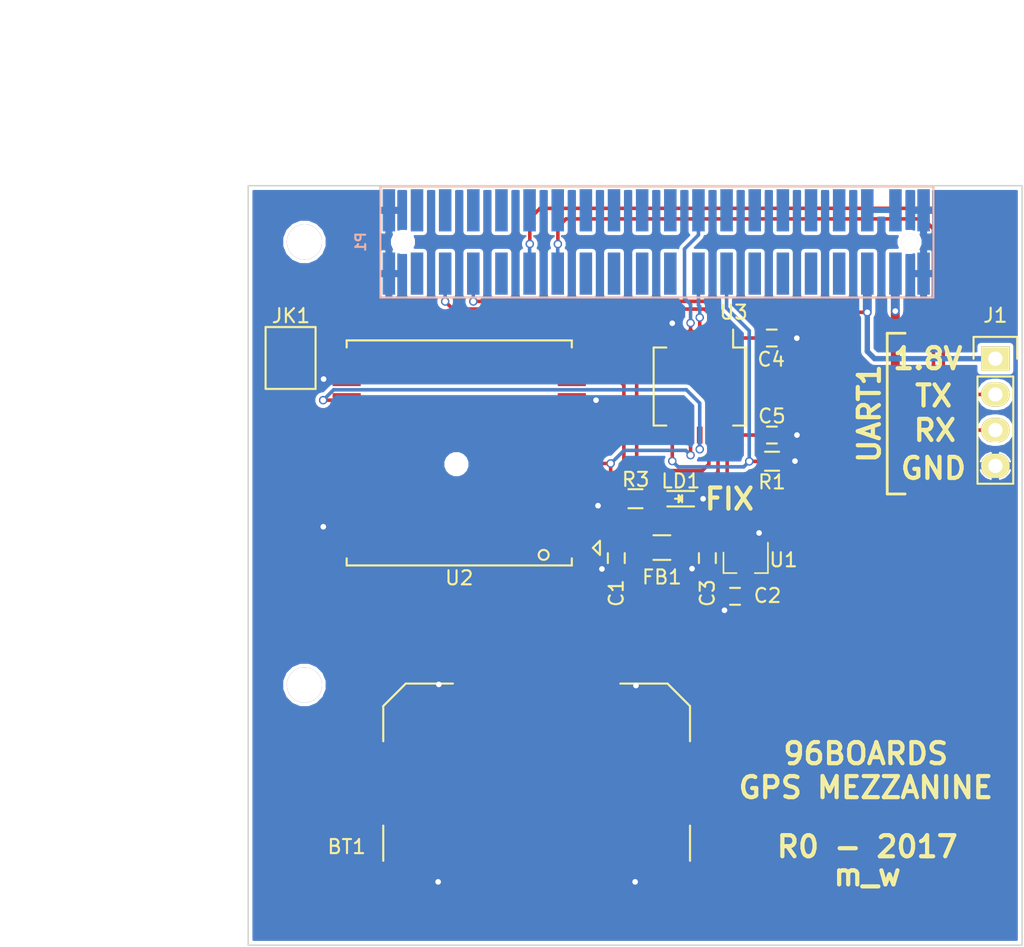
<source format=kicad_pcb>
(kicad_pcb (version 20170123) (host pcbnew "(2017-08-02 revision 9760937)-master")

  (general
    (thickness 1.6)
    (drawings 23)
    (tracks 187)
    (zones 0)
    (modules 18)
    (nets 57)
  )

  (page A4)
  (title_block
    (title "GPS Mezzanine")
    (date 2017-09-04)
    (rev A)
    (company "QWERTY Embedded Design, LLC")
  )

  (layers
    (0 F.Cu signal)
    (31 B.Cu signal)
    (32 B.Adhes user)
    (33 F.Adhes user)
    (34 B.Paste user)
    (35 F.Paste user)
    (36 B.SilkS user)
    (37 F.SilkS user)
    (38 B.Mask user)
    (39 F.Mask user)
    (40 Dwgs.User user)
    (41 Cmts.User user)
    (42 Eco1.User user)
    (43 Eco2.User user)
    (44 Edge.Cuts user)
    (45 Margin user)
    (46 B.CrtYd user)
    (47 F.CrtYd user)
    (48 B.Fab user hide)
    (49 F.Fab user)
  )

  (setup
    (last_trace_width 0.254)
    (user_trace_width 0.254)
    (user_trace_width 0.381)
    (user_trace_width 0.635)
    (trace_clearance 0)
    (zone_clearance 0.254)
    (zone_45_only yes)
    (trace_min 0.1778)
    (segment_width 0.2)
    (edge_width 0.1)
    (via_size 0.6)
    (via_drill 0.4)
    (via_min_size 0.4)
    (via_min_drill 0.3)
    (uvia_size 0.3)
    (uvia_drill 0.1)
    (uvias_allowed no)
    (uvia_min_size 0.2)
    (uvia_min_drill 0.1)
    (pcb_text_width 0.3)
    (pcb_text_size 1.5 1.5)
    (mod_edge_width 0.15)
    (mod_text_size 1 1)
    (mod_text_width 0.15)
    (pad_size 3 3)
    (pad_drill 2.5)
    (pad_to_mask_clearance 0)
    (aux_axis_origin 100 100)
    (visible_elements FFFFFF7B)
    (pcbplotparams
      (layerselection 0x010ef_80000001)
      (usegerberextensions false)
      (excludeedgelayer true)
      (linewidth 0.100000)
      (plotframeref false)
      (viasonmask false)
      (mode 1)
      (useauxorigin false)
      (hpglpennumber 1)
      (hpglpenspeed 20)
      (hpglpendiameter 15)
      (psnegative false)
      (psa4output false)
      (plotreference true)
      (plotvalue true)
      (plotinvisibletext false)
      (padsonsilk false)
      (subtractmaskfromsilk false)
      (outputformat 1)
      (mirror false)
      (drillshape 0)
      (scaleselection 1)
      (outputdirectory gerbers/))
  )

  (net 0 "")
  (net 1 +1V8)
  (net 2 GND)
  (net 3 +5V)
  (net 4 I2C0_SCL)
  (net 5 I2C0_SDA)
  (net 6 I2C1_SCL)
  (net 7 I2C1_SDA)
  (net 8 PWR_BTN_N)
  (net 9 RST_BTN_N)
  (net 10 SYS_DCIN)
  (net 11 GPIO_B)
  (net 12 GPIO_A)
  (net 13 SPIO_SCL)
  (net 14 SPIO_DIN)
  (net 15 SPIO_CS)
  (net 16 SPIO_DOUT)
  (net 17 PCM_FS)
  (net 18 PCM_CLK)
  (net 19 PCM_DO)
  (net 20 PCM_DI)
  (net 21 GPIO_D)
  (net 22 GPIO_F)
  (net 23 GPIO_H)
  (net 24 GPIO_J)
  (net 25 GPIO_L)
  (net 26 UART1_TX)
  (net 27 UART1_RX)
  (net 28 GPIO_C)
  (net 29 GPIO_E)
  (net 30 GPIO_G)
  (net 31 GPIO_I)
  (net 32 GPIO_K)
  (net 33 UART0_CTS)
  (net 34 UART0_TX)
  (net 35 UART0_RX)
  (net 36 UART0_RTS)
  (net 37 GPS_TX)
  (net 38 GPS_RX)
  (net 39 +3V3)
  (net 40 "Net-(LD1-Pad2)")
  (net 41 FIX)
  (net 42 "Net-(U2-Pad2)")
  (net 43 "Net-(U2-Pad6)")
  (net 44 "Net-(U2-Pad7)")
  (net 45 "Net-(U2-Pad14)")
  (net 46 "Net-(U2-Pad15)")
  (net 47 "Net-(U2-Pad16)")
  (net 48 "Net-(U2-Pad17)")
  (net 49 "Net-(U2-Pad18)")
  (net 50 "Net-(U2-Pad20)")
  (net 51 +BATT)
  (net 52 "Net-(U3-Pad6)")
  (net 53 "Net-(U3-Pad9)")
  (net 54 GPS_1PPS)
  (net 55 "Net-(JK1-Pad1)")
  (net 56 "Net-(C1-Pad1)")

  (net_class Default "This is the default net class."
    (clearance 0)
    (trace_width 0.254)
    (via_dia 0.6)
    (via_drill 0.4)
    (uvia_dia 0.3)
    (uvia_drill 0.1)
    (add_net +3V3)
    (add_net +BATT)
    (add_net FIX)
    (add_net GPIO_A)
    (add_net GPIO_B)
    (add_net GPIO_C)
    (add_net GPIO_D)
    (add_net GPIO_E)
    (add_net GPIO_F)
    (add_net GPIO_G)
    (add_net GPIO_H)
    (add_net GPIO_I)
    (add_net GPIO_J)
    (add_net GPIO_K)
    (add_net GPIO_L)
    (add_net GPS_1PPS)
    (add_net GPS_RX)
    (add_net GPS_TX)
    (add_net I2C0_SCL)
    (add_net I2C0_SDA)
    (add_net I2C1_SCL)
    (add_net I2C1_SDA)
    (add_net "Net-(C1-Pad1)")
    (add_net "Net-(JK1-Pad1)")
    (add_net "Net-(LD1-Pad2)")
    (add_net "Net-(U2-Pad14)")
    (add_net "Net-(U2-Pad15)")
    (add_net "Net-(U2-Pad16)")
    (add_net "Net-(U2-Pad17)")
    (add_net "Net-(U2-Pad18)")
    (add_net "Net-(U2-Pad2)")
    (add_net "Net-(U2-Pad20)")
    (add_net "Net-(U2-Pad6)")
    (add_net "Net-(U2-Pad7)")
    (add_net "Net-(U3-Pad6)")
    (add_net "Net-(U3-Pad9)")
    (add_net PCM_CLK)
    (add_net PCM_DI)
    (add_net PCM_DO)
    (add_net PCM_FS)
    (add_net PWR_BTN_N)
    (add_net RST_BTN_N)
    (add_net SPIO_CS)
    (add_net SPIO_DIN)
    (add_net SPIO_DOUT)
    (add_net SPIO_SCL)
    (add_net SYS_DCIN)
    (add_net UART0_CTS)
    (add_net UART0_RTS)
    (add_net UART0_RX)
    (add_net UART0_TX)
    (add_net UART1_RX)
    (add_net UART1_TX)
  )

  (net_class Power ""
    (clearance 0.1778)
    (trace_width 0.381)
    (via_dia 0.6)
    (via_drill 0.4)
    (uvia_dia 0.3)
    (uvia_drill 0.1)
    (add_net +1V8)
    (add_net +5V)
    (add_net GND)
  )

  (module Resistors_SMD:R_0805_HandSoldering (layer F.Cu) (tedit 5AEDFE67) (tstamp 5AF179B2)
    (at 129.40156 125.73 180)
    (descr "Resistor SMD 0805, hand soldering")
    (tags "resistor 0805")
    (path /5AEDFFA2)
    (attr smd)
    (fp_text reference FB1 (at 0 -2.1 180) (layer F.SilkS)
      (effects (font (size 1 1) (thickness 0.15)))
    )
    (fp_text value ILBB0805ER102V (at -0.00128 1.778 180) (layer F.Fab) hide
      (effects (font (size 1 1) (thickness 0.15)))
    )
    (fp_line (start -2.4 -1) (end 2.4 -1) (layer F.CrtYd) (width 0.05))
    (fp_line (start -2.4 1) (end 2.4 1) (layer F.CrtYd) (width 0.05))
    (fp_line (start -2.4 -1) (end -2.4 1) (layer F.CrtYd) (width 0.05))
    (fp_line (start 2.4 -1) (end 2.4 1) (layer F.CrtYd) (width 0.05))
    (fp_line (start 0.6 0.875) (end -0.6 0.875) (layer F.SilkS) (width 0.15))
    (fp_line (start -0.6 -0.875) (end 0.6 -0.875) (layer F.SilkS) (width 0.15))
    (pad 1 smd rect (at -1.35 0 180) (size 1.5 1.3) (layers F.Cu F.Paste F.Mask)
      (net 39 +3V3))
    (pad 2 smd rect (at 1.35 0 180) (size 1.5 1.3) (layers F.Cu F.Paste F.Mask)
      (net 56 "Net-(C1-Pad1)"))
    (model Resistors_SMD.3dshapes/R_0805_HandSoldering.wrl
      (at (xyz 0 0 0))
      (scale (xyz 1 1 1))
      (rotate (xyz 0 0 0))
    )
  )

  (module Pin_Headers:Pin_Header_Straight_1x04 (layer F.Cu) (tedit 5A21B256) (tstamp 5A25C363)
    (at 153.1 112.3)
    (descr "Through hole pin header")
    (tags "pin header")
    (path /5A21B99A)
    (fp_text reference J1 (at 0 -3.08) (layer F.SilkS)
      (effects (font (size 1 1) (thickness 0.15)))
    )
    (fp_text value CONN_01X04 (at -0.7 -3.08) (layer F.Fab) hide
      (effects (font (size 1 1) (thickness 0.15)))
    )
    (fp_line (start -1.75 -1.75) (end -1.75 9.4) (layer F.CrtYd) (width 0.05))
    (fp_line (start 1.75 -1.75) (end 1.75 9.4) (layer F.CrtYd) (width 0.05))
    (fp_line (start -1.75 -1.75) (end 1.75 -1.75) (layer F.CrtYd) (width 0.05))
    (fp_line (start -1.75 9.4) (end 1.75 9.4) (layer F.CrtYd) (width 0.05))
    (fp_line (start -1.27 1.27) (end -1.27 8.89) (layer F.SilkS) (width 0.15))
    (fp_line (start 1.27 1.27) (end 1.27 8.89) (layer F.SilkS) (width 0.15))
    (fp_line (start 1.55 -1.55) (end 1.55 0) (layer F.SilkS) (width 0.15))
    (fp_line (start -1.27 8.89) (end 1.27 8.89) (layer F.SilkS) (width 0.15))
    (fp_line (start 1.27 1.27) (end -1.27 1.27) (layer F.SilkS) (width 0.15))
    (fp_line (start -1.55 0) (end -1.55 -1.55) (layer F.SilkS) (width 0.15))
    (fp_line (start -1.55 -1.55) (end 1.55 -1.55) (layer F.SilkS) (width 0.15))
    (pad 1 thru_hole rect (at 0 0) (size 2.032 1.7272) (drill 1.016) (layers *.Cu *.Mask F.SilkS)
      (net 1 +1V8))
    (pad 2 thru_hole oval (at 0 2.54) (size 2.032 1.7272) (drill 1.016) (layers *.Cu *.Mask F.SilkS)
      (net 26 UART1_TX))
    (pad 3 thru_hole oval (at 0 5.08) (size 2.032 1.7272) (drill 1.016) (layers *.Cu *.Mask F.SilkS)
      (net 27 UART1_RX))
    (pad 4 thru_hole oval (at 0 7.62) (size 2.032 1.7272) (drill 1.016) (layers *.Cu *.Mask F.SilkS)
      (net 2 GND))
    (model Pin_Headers.3dshapes/Pin_Header_Straight_1x04.wrl
      (at (xyz 0 -0.15 0))
      (scale (xyz 1 1 1))
      (rotate (xyz 0 0 90))
    )
  )

  (module 96boards:U.FL-R-SMT-1 (layer F.Cu) (tedit 5A1B9D46) (tstamp 5A1EFE03)
    (at 102.54 112.25 90)
    (path /5A1BB3BA)
    (fp_text reference JK1 (at 3 0.5) (layer F.SilkS)
      (effects (font (size 1 1) (thickness 0.15)))
    )
    (fp_text value uFL (at 0.05 -2.15 90) (layer F.Fab) hide
      (effects (font (size 1 1) (thickness 0.15)))
    )
    (fp_line (start -2.15 -1.3) (end 2.2 -1.3) (layer F.SilkS) (width 0.1524))
    (fp_line (start 2.2 -1.3) (end 2.2 2.25) (layer F.SilkS) (width 0.1524))
    (fp_line (start 2.2 2.25) (end -2.2 2.25) (layer F.SilkS) (width 0.1524))
    (fp_line (start -2.2 2.25) (end -2.2 -1.3) (layer F.SilkS) (width 0.1524))
    (pad 1 smd rect (at 0 1.525 90) (size 1 1.05) (layers F.Cu F.Paste F.Mask)
      (net 55 "Net-(JK1-Pad1)"))
    (pad 2 smd rect (at -1.475 0 90) (size 1.05 2.2) (layers F.Cu F.Paste F.Mask)
      (net 2 GND))
    (pad 2 smd rect (at 1.475 0 90) (size 1.05 2.2) (layers F.Cu F.Paste F.Mask)
      (net 2 GND))
  )

  (module Mounting_Holes:MountingHole_2-5mm (layer F.Cu) (tedit 5A1B9C9F) (tstamp 5A1EE495)
    (at 104 104)
    (descr "Mounting hole, Befestigungsbohrung, 2,5mm, No Annular, Kein Restring,")
    (tags "Mounting hole, Befestigungsbohrung, 2,5mm, No Annular, Kein Restring,")
    (path /5A1BBBD1)
    (fp_text reference MH1 (at 0 -3.50012) (layer F.SilkS) hide
      (effects (font (size 1 1) (thickness 0.15)))
    )
    (fp_text value M2.5 (at 0.09906 3.59918) (layer F.Fab) hide
      (effects (font (size 1 1) (thickness 0.15)))
    )
    (fp_circle (center 0 0) (end 2.5 0) (layer Cmts.User) (width 0.381))
    (pad 1 thru_hole circle (at 0 0) (size 2.5 2.5) (drill 2.5) (layers))
  )

  (module Mounting_Holes:MountingHole_2-5mm (layer F.Cu) (tedit 5A21B2BA) (tstamp 5A1EE490)
    (at 104 135.5)
    (descr "Mounting hole, Befestigungsbohrung, 2,5mm, No Annular, Kein Restring,")
    (tags "Mounting hole, Befestigungsbohrung, 2,5mm, No Annular, Kein Restring,")
    (path /5A1BBD7A)
    (fp_text reference MH2 (at 0 -3.50012) (layer F.SilkS) hide
      (effects (font (size 1 1) (thickness 0.15)))
    )
    (fp_text value M2.5 (at 0.09906 3.59918) (layer F.Fab) hide
      (effects (font (size 1 1) (thickness 0.15)))
    )
    (fp_circle (center 0 0) (end 2.5 0) (layer Cmts.User) (width 0.381))
    (pad 1 thru_hole circle (at 0 0) (size 2.5 2.5) (drill 2.5) (layers))
  )

  (module Housings_SSOP:SSOP-14_5.3x6.2mm_Pitch0.65mm (layer F.Cu) (tedit 5AEDFE73) (tstamp 5A1EDE4A)
    (at 132.09 114.28 270)
    (descr "SSOP14: plastic shrink small outline package; 14 leads; body width 5.3 mm; (see NXP SSOP-TSSOP-VSO-REFLOW.pdf and sot337-1_po.pdf)")
    (tags "SSOP 0.65")
    (path /5A1B81D6)
    (attr smd)
    (fp_text reference U3 (at -5.28 -2.41) (layer F.SilkS)
      (effects (font (size 1 1) (thickness 0.15)))
    )
    (fp_text value TXS0104E (at 0 4.2 270) (layer F.Fab) hide
      (effects (font (size 1 1) (thickness 0.15)))
    )
    (fp_line (start -4.3 -3.45) (end -4.3 3.45) (layer F.CrtYd) (width 0.05))
    (fp_line (start 4.3 -3.45) (end 4.3 3.45) (layer F.CrtYd) (width 0.05))
    (fp_line (start -4.3 -3.45) (end 4.3 -3.45) (layer F.CrtYd) (width 0.05))
    (fp_line (start -4.3 3.45) (end 4.3 3.45) (layer F.CrtYd) (width 0.05))
    (fp_line (start -2.775 -3.275) (end -2.775 -2.375) (layer F.SilkS) (width 0.15))
    (fp_line (start 2.775 -3.275) (end 2.775 -2.375) (layer F.SilkS) (width 0.15))
    (fp_line (start 2.775 3.275) (end 2.775 2.375) (layer F.SilkS) (width 0.15))
    (fp_line (start -2.775 3.275) (end -2.775 2.375) (layer F.SilkS) (width 0.15))
    (fp_line (start -2.775 -3.275) (end 2.775 -3.275) (layer F.SilkS) (width 0.15))
    (fp_line (start -2.775 3.275) (end 2.775 3.275) (layer F.SilkS) (width 0.15))
    (fp_line (start -2.775 -2.375) (end -4.05 -2.375) (layer F.SilkS) (width 0.15))
    (pad 1 smd rect (at -3.45 -1.95 270) (size 1.2 0.4) (layers F.Cu F.Paste F.Mask)
      (net 1 +1V8))
    (pad 2 smd rect (at -3.45 -1.3 270) (size 1.2 0.4) (layers F.Cu F.Paste F.Mask)
      (net 35 UART0_RX))
    (pad 3 smd rect (at -3.45 -0.65 270) (size 1.2 0.4) (layers F.Cu F.Paste F.Mask)
      (net 34 UART0_TX))
    (pad 4 smd rect (at -3.45 0 270) (size 1.2 0.4) (layers F.Cu F.Paste F.Mask)
      (net 12 GPIO_A))
    (pad 5 smd rect (at -3.45 0.65 270) (size 1.2 0.4) (layers F.Cu F.Paste F.Mask)
      (net 11 GPIO_B))
    (pad 6 smd rect (at -3.45 1.3 270) (size 1.2 0.4) (layers F.Cu F.Paste F.Mask)
      (net 52 "Net-(U3-Pad6)"))
    (pad 7 smd rect (at -3.45 1.95 270) (size 1.2 0.4) (layers F.Cu F.Paste F.Mask)
      (net 2 GND))
    (pad 8 smd rect (at 3.45 1.95 270) (size 1.2 0.4) (layers F.Cu F.Paste F.Mask)
      (net 28 GPIO_C))
    (pad 9 smd rect (at 3.45 1.3 270) (size 1.2 0.4) (layers F.Cu F.Paste F.Mask)
      (net 53 "Net-(U3-Pad9)"))
    (pad 10 smd rect (at 3.45 0.65 270) (size 1.2 0.4) (layers F.Cu F.Paste F.Mask)
      (net 41 FIX))
    (pad 11 smd rect (at 3.45 0 270) (size 1.2 0.4) (layers F.Cu F.Paste F.Mask)
      (net 54 GPS_1PPS))
    (pad 12 smd rect (at 3.45 -0.65 270) (size 1.2 0.4) (layers F.Cu F.Paste F.Mask)
      (net 38 GPS_RX))
    (pad 13 smd rect (at 3.45 -1.3 270) (size 1.2 0.4) (layers F.Cu F.Paste F.Mask)
      (net 37 GPS_TX))
    (pad 14 smd rect (at 3.45 -1.95 270) (size 1.2 0.4) (layers F.Cu F.Paste F.Mask)
      (net 39 +3V3))
    (model Housings_SSOP.3dshapes/SSOP-14_5.3x6.2mm_Pitch0.65mm.wrl
      (at (xyz 0 0 0))
      (scale (xyz 1 1 1))
      (rotate (xyz 0 0 0))
    )
  )

  (module Capacitors_SMD:C_0603 (layer F.Cu) (tedit 5AEDFE7C) (tstamp 5A1EDEA4)
    (at 137.22 117.73)
    (descr "Capacitor SMD 0603, reflow soldering, AVX (see smccp.pdf)")
    (tags "capacitor 0603")
    (path /5A1B8C5C)
    (attr smd)
    (fp_text reference C5 (at 0 -1.35) (layer F.SilkS)
      (effects (font (size 1 1) (thickness 0.15)))
    )
    (fp_text value .1uF (at 0 -1.42) (layer F.Fab) hide
      (effects (font (size 1 1) (thickness 0.15)))
    )
    (fp_line (start 0.35 0.6) (end -0.35 0.6) (layer F.SilkS) (width 0.15))
    (fp_line (start -0.35 -0.6) (end 0.35 -0.6) (layer F.SilkS) (width 0.15))
    (fp_line (start 1.45 -0.75) (end 1.45 0.75) (layer F.CrtYd) (width 0.05))
    (fp_line (start -1.45 -0.75) (end -1.45 0.75) (layer F.CrtYd) (width 0.05))
    (fp_line (start -1.45 0.75) (end 1.45 0.75) (layer F.CrtYd) (width 0.05))
    (fp_line (start -1.45 -0.75) (end 1.45 -0.75) (layer F.CrtYd) (width 0.05))
    (pad 2 smd rect (at 0.75 0) (size 0.8 0.75) (layers F.Cu F.Paste F.Mask)
      (net 2 GND))
    (pad 1 smd rect (at -0.75 0) (size 0.8 0.75) (layers F.Cu F.Paste F.Mask)
      (net 39 +3V3))
    (model Capacitors_SMD.3dshapes/C_0603.wrl
      (at (xyz 0 0 0))
      (scale (xyz 1 1 1))
      (rotate (xyz 0 0 0))
    )
  )

  (module Capacitors_SMD:C_0603 (layer F.Cu) (tedit 5AEDFE78) (tstamp 5A1EDE98)
    (at 137.21 110.83)
    (descr "Capacitor SMD 0603, reflow soldering, AVX (see smccp.pdf)")
    (tags "capacitor 0603")
    (path /5A1B8DEC)
    (attr smd)
    (fp_text reference C4 (at -0.04 1.52) (layer F.SilkS)
      (effects (font (size 1 1) (thickness 0.15)))
    )
    (fp_text value .1uF (at -0.09 1.52) (layer F.Fab) hide
      (effects (font (size 1 1) (thickness 0.15)))
    )
    (fp_line (start -1.45 -0.75) (end 1.45 -0.75) (layer F.CrtYd) (width 0.05))
    (fp_line (start -1.45 0.75) (end 1.45 0.75) (layer F.CrtYd) (width 0.05))
    (fp_line (start -1.45 -0.75) (end -1.45 0.75) (layer F.CrtYd) (width 0.05))
    (fp_line (start 1.45 -0.75) (end 1.45 0.75) (layer F.CrtYd) (width 0.05))
    (fp_line (start -0.35 -0.6) (end 0.35 -0.6) (layer F.SilkS) (width 0.15))
    (fp_line (start 0.35 0.6) (end -0.35 0.6) (layer F.SilkS) (width 0.15))
    (pad 1 smd rect (at -0.75 0) (size 0.8 0.75) (layers F.Cu F.Paste F.Mask)
      (net 1 +1V8))
    (pad 2 smd rect (at 0.75 0) (size 0.8 0.75) (layers F.Cu F.Paste F.Mask)
      (net 2 GND))
    (model Capacitors_SMD.3dshapes/C_0603.wrl
      (at (xyz 0 0 0))
      (scale (xyz 1 1 1))
      (rotate (xyz 0 0 0))
    )
  )

  (module 96boards:BAT-HLD-001 (layer F.Cu) (tedit 5AEDFE6D) (tstamp 5A1ED2D4)
    (at 120.5 142.5)
    (path /5A1B1C37)
    (fp_text reference BT1 (at -13.5 4.5) (layer F.SilkS)
      (effects (font (size 1 1) (thickness 0.15)))
    )
    (fp_text value Battery_Cell (at 0.1 -9.9) (layer F.Fab) hide
      (effects (font (size 1 1) (thickness 0.15)))
    )
    (fp_line (start -10.9 -5.5) (end -10.9 -3) (layer F.SilkS) (width 0.1524))
    (fp_line (start -9.3 -7.1) (end -5.95 -7.1) (layer F.SilkS) (width 0.1524))
    (fp_line (start -10.9 -5.5) (end -9.3 -7.1) (layer F.SilkS) (width 0.1524))
    (fp_line (start 9.3 -7.1) (end 5.95 -7.1) (layer F.SilkS) (width 0.1524))
    (fp_line (start 10.9 -5.5) (end 9.3 -7.1) (layer F.SilkS) (width 0.1524))
    (fp_line (start 10.9 -5.5) (end 10.9 -3) (layer F.SilkS) (width 0.1524))
    (fp_line (start -10.9 5.5) (end -10.9 3) (layer F.SilkS) (width 0.1524))
    (fp_line (start 10.9 5.5) (end 10.9 3) (layer F.SilkS) (width 0.1524))
    (pad 2 smd circle (at 0 0) (size 17.8 17.8) (layers F.Cu F.Paste F.Mask)
      (net 2 GND))
    (pad 1 smd rect (at 11.45 0.05) (size 2.5 5.1) (layers F.Cu F.Paste F.Mask)
      (net 51 +BATT))
    (pad 1 smd rect (at -11.45 0) (size 2.5 5.1) (layers F.Cu F.Paste F.Mask)
      (net 51 +BATT))
  )

  (module 96boards:FGPMMOPA6H (layer F.Cu) (tedit 59ACB960) (tstamp 59AF77D8)
    (at 115 119 180)
    (path /59ACB0B1)
    (fp_text reference U2 (at 0 -8.89 180) (layer F.SilkS)
      (effects (font (size 1 1) (thickness 0.15)))
    )
    (fp_text value FGPMMOPA6H (at 0 -6.985 180) (layer F.Fab) hide
      (effects (font (size 1 1) (thickness 0.15)))
    )
    (fp_line (start -8 -7.5) (end -8 -8) (layer F.SilkS) (width 0.1524))
    (fp_line (start -8 -8) (end 8 -8) (layer F.SilkS) (width 0.1524))
    (fp_line (start 8 -8) (end 8 -7.5) (layer F.SilkS) (width 0.1524))
    (fp_line (start -8 7.5) (end -8 8) (layer F.SilkS) (width 0.1524))
    (fp_line (start -8 8) (end 8 8) (layer F.SilkS) (width 0.1524))
    (fp_line (start 8 8) (end 8 7.5) (layer F.SilkS) (width 0.1524))
    (fp_circle (center -6 -7.25) (end -5.75 -7) (layer F.SilkS) (width 0.1524))
    (fp_line (start -10 -7.25) (end -10 -6.25) (layer F.SilkS) (width 0.1524))
    (fp_line (start -10 -6.25) (end -9.5 -6.75) (layer F.SilkS) (width 0.1524))
    (fp_line (start -9.5 -6.75) (end -10 -7.25) (layer F.SilkS) (width 0.1524))
    (pad 1 smd rect (at -8 -6.75 180) (size 2 1) (layers F.Cu F.Paste F.Mask)
      (net 56 "Net-(C1-Pad1)"))
    (pad 2 smd rect (at -8 -5.25 180) (size 2 1) (layers F.Cu F.Paste F.Mask)
      (net 42 "Net-(U2-Pad2)"))
    (pad 3 smd rect (at -8 -3.75 180) (size 2 1) (layers F.Cu F.Paste F.Mask)
      (net 2 GND))
    (pad 4 smd rect (at -8 -2.25 180) (size 2 1) (layers F.Cu F.Paste F.Mask)
      (net 51 +BATT))
    (pad 5 smd rect (at -8 -0.75 180) (size 2 1) (layers F.Cu F.Paste F.Mask)
      (net 41 FIX))
    (pad 6 smd rect (at -8 0.75 180) (size 2 1) (layers F.Cu F.Paste F.Mask)
      (net 43 "Net-(U2-Pad6)"))
    (pad 7 smd rect (at -8 2.25 180) (size 2 1) (layers F.Cu F.Paste F.Mask)
      (net 44 "Net-(U2-Pad7)"))
    (pad 8 smd rect (at -8 3.75 180) (size 2 1) (layers F.Cu F.Paste F.Mask)
      (net 2 GND))
    (pad 9 smd rect (at -8 5.25 180) (size 2 1) (layers F.Cu F.Paste F.Mask)
      (net 37 GPS_TX))
    (pad 10 smd rect (at -8 6.75 180) (size 2 1) (layers F.Cu F.Paste F.Mask)
      (net 38 GPS_RX))
    (pad 11 smd rect (at 8 6.75 180) (size 2 1) (layers F.Cu F.Paste F.Mask)
      (net 55 "Net-(JK1-Pad1)"))
    (pad 12 smd rect (at 8 5.25 180) (size 2 1) (layers F.Cu F.Paste F.Mask)
      (net 2 GND))
    (pad 13 smd rect (at 8 3.75 180) (size 2 1) (layers F.Cu F.Paste F.Mask)
      (net 54 GPS_1PPS))
    (pad 14 smd rect (at 8 2.25 180) (size 2 1) (layers F.Cu F.Paste F.Mask)
      (net 45 "Net-(U2-Pad14)"))
    (pad 15 smd rect (at 8 0.75 180) (size 2 1) (layers F.Cu F.Paste F.Mask)
      (net 46 "Net-(U2-Pad15)"))
    (pad 16 smd rect (at 8 -0.75 180) (size 2 1) (layers F.Cu F.Paste F.Mask)
      (net 47 "Net-(U2-Pad16)"))
    (pad 17 smd rect (at 8 -2.25 180) (size 2 1) (layers F.Cu F.Paste F.Mask)
      (net 48 "Net-(U2-Pad17)"))
    (pad 18 smd rect (at 8 -3.75 180) (size 2 1) (layers F.Cu F.Paste F.Mask)
      (net 49 "Net-(U2-Pad18)"))
    (pad 19 smd rect (at 8 -5.25 180) (size 2 1) (layers F.Cu F.Paste F.Mask)
      (net 2 GND))
    (pad 20 smd rect (at 8 -6.75 180) (size 2 1) (layers F.Cu F.Paste F.Mask)
      (net 50 "Net-(U2-Pad20)"))
    (pad "" np_thru_hole circle (at 0.2 -0.8 180) (size 1.2 1.2) (drill 1.2) (layers *.Cu *.Mask))
  )

  (module Capacitors_SMD:C_0603 (layer F.Cu) (tedit 59ACB90E) (tstamp 59AF1BEC)
    (at 132.63392 126.48 270)
    (descr "Capacitor SMD 0603, reflow soldering, AVX (see smccp.pdf)")
    (tags "capacitor 0603")
    (path /59ACAA50)
    (attr smd)
    (fp_text reference C3 (at 2.489 0 270) (layer F.SilkS)
      (effects (font (size 1 1) (thickness 0.15)))
    )
    (fp_text value "1 uF" (at 0 0 270) (layer F.Fab) hide
      (effects (font (size 1 1) (thickness 0.15)))
    )
    (fp_line (start -1.45 -0.75) (end 1.45 -0.75) (layer F.CrtYd) (width 0.05))
    (fp_line (start -1.45 0.75) (end 1.45 0.75) (layer F.CrtYd) (width 0.05))
    (fp_line (start -1.45 -0.75) (end -1.45 0.75) (layer F.CrtYd) (width 0.05))
    (fp_line (start 1.45 -0.75) (end 1.45 0.75) (layer F.CrtYd) (width 0.05))
    (fp_line (start -0.35 -0.6) (end 0.35 -0.6) (layer F.SilkS) (width 0.15))
    (fp_line (start 0.35 0.6) (end -0.35 0.6) (layer F.SilkS) (width 0.15))
    (pad 1 smd rect (at -0.75 0 270) (size 0.8 0.75) (layers F.Cu F.Paste F.Mask)
      (net 39 +3V3))
    (pad 2 smd rect (at 0.75 0 270) (size 0.8 0.75) (layers F.Cu F.Paste F.Mask)
      (net 2 GND))
    (model Capacitors_SMD.3dshapes/C_0603.wrl
      (at (xyz 0 0 0))
      (scale (xyz 1 1 1))
      (rotate (xyz 0 0 0))
    )
  )

  (module Capacitors_SMD:C_0603 (layer F.Cu) (tedit 59ACB92C) (tstamp 59AF1BE0)
    (at 134.60222 129.1971 180)
    (descr "Capacitor SMD 0603, reflow soldering, AVX (see smccp.pdf)")
    (tags "capacitor 0603")
    (path /59ACA9F8)
    (attr smd)
    (fp_text reference C2 (at -2.305005 0.051215 180) (layer F.SilkS)
      (effects (font (size 1 1) (thickness 0.15)))
    )
    (fp_text value "1 uF" (at 0 0 180) (layer F.Fab) hide
      (effects (font (size 1 1) (thickness 0.15)))
    )
    (fp_line (start 0.35 0.6) (end -0.35 0.6) (layer F.SilkS) (width 0.15))
    (fp_line (start -0.35 -0.6) (end 0.35 -0.6) (layer F.SilkS) (width 0.15))
    (fp_line (start 1.45 -0.75) (end 1.45 0.75) (layer F.CrtYd) (width 0.05))
    (fp_line (start -1.45 -0.75) (end -1.45 0.75) (layer F.CrtYd) (width 0.05))
    (fp_line (start -1.45 0.75) (end 1.45 0.75) (layer F.CrtYd) (width 0.05))
    (fp_line (start -1.45 -0.75) (end 1.45 -0.75) (layer F.CrtYd) (width 0.05))
    (pad 2 smd rect (at 0.75 0 180) (size 0.8 0.75) (layers F.Cu F.Paste F.Mask)
      (net 2 GND))
    (pad 1 smd rect (at -0.75 0 180) (size 0.8 0.75) (layers F.Cu F.Paste F.Mask)
      (net 3 +5V))
    (model Capacitors_SMD.3dshapes/C_0603.wrl
      (at (xyz 0 0 0))
      (scale (xyz 1 1 1))
      (rotate (xyz 0 0 0))
    )
  )

  (module Capacitors_SMD:C_0603 (layer F.Cu) (tedit 59ACB912) (tstamp 59AF1BD4)
    (at 126.162 126.48 270)
    (descr "Capacitor SMD 0603, reflow soldering, AVX (see smccp.pdf)")
    (tags "capacitor 0603")
    (path /59ACB2B7)
    (attr smd)
    (fp_text reference C1 (at 2.489 0 270) (layer F.SilkS)
      (effects (font (size 1 1) (thickness 0.15)))
    )
    (fp_text value "10 uF" (at 0 0 270) (layer F.Fab) hide
      (effects (font (size 1 1) (thickness 0.15)))
    )
    (fp_line (start -1.45 -0.75) (end 1.45 -0.75) (layer F.CrtYd) (width 0.05))
    (fp_line (start -1.45 0.75) (end 1.45 0.75) (layer F.CrtYd) (width 0.05))
    (fp_line (start -1.45 -0.75) (end -1.45 0.75) (layer F.CrtYd) (width 0.05))
    (fp_line (start 1.45 -0.75) (end 1.45 0.75) (layer F.CrtYd) (width 0.05))
    (fp_line (start -0.35 -0.6) (end 0.35 -0.6) (layer F.SilkS) (width 0.15))
    (fp_line (start 0.35 0.6) (end -0.35 0.6) (layer F.SilkS) (width 0.15))
    (pad 1 smd rect (at -0.75 0 270) (size 0.8 0.75) (layers F.Cu F.Paste F.Mask)
      (net 56 "Net-(C1-Pad1)"))
    (pad 2 smd rect (at 0.75 0 270) (size 0.8 0.75) (layers F.Cu F.Paste F.Mask)
      (net 2 GND))
    (model Capacitors_SMD.3dshapes/C_0603.wrl
      (at (xyz 0 0 0))
      (scale (xyz 1 1 1))
      (rotate (xyz 0 0 0))
    )
  )

  (module LEDs:LED-0603 (layer F.Cu) (tedit 59ACB97B) (tstamp 59AF1BC8)
    (at 130.5877 122.257 180)
    (descr "LED 0603 smd package")
    (tags "LED led 0603 SMD smd SMT smt smdled SMDLED smtled SMTLED")
    (path /59ACBB30)
    (attr smd)
    (fp_text reference LD1 (at -0.1523 1.257 180) (layer F.SilkS)
      (effects (font (size 1 1) (thickness 0.15)))
    )
    (fp_text value LED (at 0 1.5 180) (layer F.Fab) hide
      (effects (font (size 1 1) (thickness 0.15)))
    )
    (fp_line (start -1.1 0.55) (end 0.8 0.55) (layer F.SilkS) (width 0.15))
    (fp_line (start -1.1 -0.55) (end 0.8 -0.55) (layer F.SilkS) (width 0.15))
    (fp_line (start -0.2 0) (end 0.25 0) (layer F.SilkS) (width 0.15))
    (fp_line (start -0.25 -0.25) (end -0.25 0.25) (layer F.SilkS) (width 0.15))
    (fp_line (start -0.25 0) (end 0 -0.25) (layer F.SilkS) (width 0.15))
    (fp_line (start 0 -0.25) (end 0 0.25) (layer F.SilkS) (width 0.15))
    (fp_line (start 0 0.25) (end -0.25 0) (layer F.SilkS) (width 0.15))
    (fp_line (start 1.4 -0.75) (end 1.4 0.75) (layer F.CrtYd) (width 0.05))
    (fp_line (start 1.4 0.75) (end -1.4 0.75) (layer F.CrtYd) (width 0.05))
    (fp_line (start -1.4 0.75) (end -1.4 -0.75) (layer F.CrtYd) (width 0.05))
    (fp_line (start -1.4 -0.75) (end 1.4 -0.75) (layer F.CrtYd) (width 0.05))
    (pad 2 smd rect (at 0.7493 0) (size 0.79756 0.79756) (layers F.Cu F.Paste F.Mask)
      (net 40 "Net-(LD1-Pad2)"))
    (pad 1 smd rect (at -0.7493 0) (size 0.79756 0.79756) (layers F.Cu F.Paste F.Mask)
      (net 2 GND))
  )

  (module Resistors_SMD:R_0603 (layer F.Cu) (tedit 59ACB977) (tstamp 59AF1BB7)
    (at 127.527 122.257 180)
    (descr "Resistor SMD 0603, reflow soldering, Vishay (see dcrcw.pdf)")
    (tags "resistor 0603")
    (path /59ACBD27)
    (attr smd)
    (fp_text reference R3 (at -0.013 1.367 180) (layer F.SilkS)
      (effects (font (size 1 1) (thickness 0.15)))
    )
    (fp_text value 1K (at 0 1.9 180) (layer F.Fab) hide
      (effects (font (size 1 1) (thickness 0.15)))
    )
    (fp_line (start -1.3 -0.8) (end 1.3 -0.8) (layer F.CrtYd) (width 0.05))
    (fp_line (start -1.3 0.8) (end 1.3 0.8) (layer F.CrtYd) (width 0.05))
    (fp_line (start -1.3 -0.8) (end -1.3 0.8) (layer F.CrtYd) (width 0.05))
    (fp_line (start 1.3 -0.8) (end 1.3 0.8) (layer F.CrtYd) (width 0.05))
    (fp_line (start 0.5 0.675) (end -0.5 0.675) (layer F.SilkS) (width 0.15))
    (fp_line (start -0.5 -0.675) (end 0.5 -0.675) (layer F.SilkS) (width 0.15))
    (pad 1 smd rect (at -0.75 0 180) (size 0.5 0.9) (layers F.Cu F.Paste F.Mask)
      (net 40 "Net-(LD1-Pad2)"))
    (pad 2 smd rect (at 0.75 0 180) (size 0.5 0.9) (layers F.Cu F.Paste F.Mask)
      (net 41 FIX))
    (model Resistors_SMD.3dshapes/R_0603.wrl
      (at (xyz 0 0 0))
      (scale (xyz 1 1 1))
      (rotate (xyz 0 0 0))
    )
  )

  (module Resistors_SMD:R_0603 (layer F.Cu) (tedit 59ACB96D) (tstamp 59AF1B9F)
    (at 137.23 119.59 180)
    (descr "Resistor SMD 0603, reflow soldering, Vishay (see dcrcw.pdf)")
    (tags "resistor 0603")
    (path /5A1BA86A)
    (attr smd)
    (fp_text reference R1 (at 0.01 -1.48 180) (layer F.SilkS)
      (effects (font (size 1 1) (thickness 0.15)))
    )
    (fp_text value 1K (at 0 1.9 180) (layer F.Fab) hide
      (effects (font (size 1 1) (thickness 0.15)))
    )
    (fp_line (start -1.3 -0.8) (end 1.3 -0.8) (layer F.CrtYd) (width 0.05))
    (fp_line (start -1.3 0.8) (end 1.3 0.8) (layer F.CrtYd) (width 0.05))
    (fp_line (start -1.3 -0.8) (end -1.3 0.8) (layer F.CrtYd) (width 0.05))
    (fp_line (start 1.3 -0.8) (end 1.3 0.8) (layer F.CrtYd) (width 0.05))
    (fp_line (start 0.5 0.675) (end -0.5 0.675) (layer F.SilkS) (width 0.15))
    (fp_line (start -0.5 -0.675) (end 0.5 -0.675) (layer F.SilkS) (width 0.15))
    (pad 1 smd rect (at -0.75 0 180) (size 0.5 0.9) (layers F.Cu F.Paste F.Mask)
      (net 2 GND))
    (pad 2 smd rect (at 0.75 0 180) (size 0.5 0.9) (layers F.Cu F.Paste F.Mask)
      (net 28 GPIO_C))
    (model Resistors_SMD.3dshapes/R_0603.wrl
      (at (xyz 0 0 0))
      (scale (xyz 1 1 1))
      (rotate (xyz 0 0 0))
    )
  )

  (module TO_SOT_Packages_SMD:SOT-23 (layer F.Cu) (tedit 59ACC265) (tstamp 59AF1B93)
    (at 135.357915 126.785215 270)
    (descr "SOT-23, Standard")
    (tags SOT-23)
    (path /59ACA938)
    (attr smd)
    (fp_text reference U1 (at -0.178215 -2.686005) (layer F.SilkS)
      (effects (font (size 1 1) (thickness 0.15)))
    )
    (fp_text value MCP1700T-3302E/TT (at 0 2.5 270) (layer F.Fab) hide
      (effects (font (size 1 1) (thickness 0.15)))
    )
    (fp_text user %R (at 0.214785 -0.209005) (layer F.Fab) hide
      (effects (font (size 0.5 0.5) (thickness 0.075)))
    )
    (fp_line (start -0.7 -0.95) (end -0.7 1.5) (layer F.Fab) (width 0.1))
    (fp_line (start -0.15 -1.52) (end 0.7 -1.52) (layer F.Fab) (width 0.1))
    (fp_line (start -0.7 -0.95) (end -0.15 -1.52) (layer F.Fab) (width 0.1))
    (fp_line (start 0.7 -1.52) (end 0.7 1.52) (layer F.Fab) (width 0.1))
    (fp_line (start -0.7 1.52) (end 0.7 1.52) (layer F.Fab) (width 0.1))
    (fp_line (start 0.76 1.58) (end 0.76 0.65) (layer F.SilkS) (width 0.12))
    (fp_line (start 0.76 -1.58) (end 0.76 -0.65) (layer F.SilkS) (width 0.12))
    (fp_line (start -1.7 -1.75) (end 1.7 -1.75) (layer F.CrtYd) (width 0.05))
    (fp_line (start 1.7 -1.75) (end 1.7 1.75) (layer F.CrtYd) (width 0.05))
    (fp_line (start 1.7 1.75) (end -1.7 1.75) (layer F.CrtYd) (width 0.05))
    (fp_line (start -1.7 1.75) (end -1.7 -1.75) (layer F.CrtYd) (width 0.05))
    (fp_line (start 0.76 -1.58) (end -1.4 -1.58) (layer F.SilkS) (width 0.12))
    (fp_line (start 0.76 1.58) (end -0.7 1.58) (layer F.SilkS) (width 0.12))
    (pad 1 smd rect (at -1 -0.95 270) (size 0.9 0.8) (layers F.Cu F.Paste F.Mask)
      (net 2 GND))
    (pad 2 smd rect (at -1 0.95 270) (size 0.9 0.8) (layers F.Cu F.Paste F.Mask)
      (net 39 +3V3))
    (pad 3 smd rect (at 1 0 270) (size 0.9 0.8) (layers F.Cu F.Paste F.Mask)
      (net 3 +5V))
    (model ${KISYS3DMOD}/TO_SOT_Packages_SMD.3dshapes/SOT-23.wrl
      (at (xyz 0 0 0))
      (scale (xyz 1 1 1))
      (rotate (xyz 0 0 90))
    )
  )

  (module 96boards:Pin_Header_SMD_2x20_Pitch2mm locked (layer B.Cu) (tedit 598D2D18) (tstamp 56AB8296)
    (at 110 105 270)
    (descr "Double row SMD 2mm pin header, 2x20 contacts")
    (path /55D44709)
    (attr smd)
    (fp_text reference P1 (at -1 2 270) (layer B.SilkS)
      (effects (font (size 0.7 0.7) (thickness 0.15)) (justify mirror))
    )
    (fp_text value CONN_02X20 (at -1 4 270) (layer B.Fab)
      (effects (font (size 1.016 1.016) (thickness 0.2032)) (justify mirror))
    )
    (fp_line (start 2.95 0.6) (end 2.95 -38.7) (layer B.SilkS) (width 0.15))
    (fp_line (start -4.95 0.6) (end 2.95 0.6) (layer B.SilkS) (width 0.15))
    (fp_line (start -4.95 -38.7) (end 2.95 -38.7) (layer B.SilkS) (width 0.15))
    (fp_line (start -4.95 0.6) (end -4.95 -38.7) (layer B.SilkS) (width 0.15))
    (pad 39 smd rect (at 1.25 -38) (size 0.89 3) (layers B.Cu B.Paste B.Mask)
      (net 2 GND))
    (pad 37 smd rect (at 1.25 -36) (size 0.89 3) (layers B.Cu B.Paste B.Mask)
      (net 3 +5V))
    (pad 35 smd rect (at 1.25 -34) (size 0.89 3) (layers B.Cu B.Paste B.Mask)
      (net 1 +1V8))
    (pad 33 smd rect (at 1.25 -32) (size 0.89 3) (layers B.Cu B.Paste B.Mask)
      (net 32 GPIO_K))
    (pad 31 smd rect (at 1.25 -30) (size 0.89 3) (layers B.Cu B.Paste B.Mask)
      (net 31 GPIO_I))
    (pad 29 smd rect (at 1.25 -28) (size 0.89 3) (layers B.Cu B.Paste B.Mask)
      (net 30 GPIO_G))
    (pad 27 smd rect (at 1.25 -26) (size 0.89 3) (layers B.Cu B.Paste B.Mask)
      (net 29 GPIO_E))
    (pad 25 smd rect (at 1.25 -24) (size 0.89 3) (layers B.Cu B.Paste B.Mask)
      (net 28 GPIO_C))
    (pad 23 smd rect (at 1.25 -22) (size 0.89 3) (layers B.Cu B.Paste B.Mask)
      (net 12 GPIO_A))
    (pad 21 smd rect (at 1.25 -20) (size 0.89 3) (layers B.Cu B.Paste B.Mask)
      (net 7 I2C1_SDA))
    (pad 19 smd rect (at 1.25 -18) (size 0.89 3) (layers B.Cu B.Paste B.Mask)
      (net 6 I2C1_SCL))
    (pad 17 smd rect (at 1.25 -16) (size 0.89 3) (layers B.Cu B.Paste B.Mask)
      (net 5 I2C0_SDA))
    (pad 15 smd rect (at 1.25 -14) (size 0.89 3) (layers B.Cu B.Paste B.Mask)
      (net 4 I2C0_SCL))
    (pad 13 smd rect (at 1.25 -12) (size 0.89 3) (layers B.Cu B.Paste B.Mask)
      (net 27 UART1_RX))
    (pad 11 smd rect (at 1.25 -10) (size 0.89 3) (layers B.Cu B.Paste B.Mask)
      (net 26 UART1_TX))
    (pad 9 smd rect (at 1.25 -8) (size 0.89 3) (layers B.Cu B.Paste B.Mask)
      (net 36 UART0_RTS))
    (pad 7 smd rect (at 1.25 -6) (size 0.89 3) (layers B.Cu B.Paste B.Mask)
      (net 35 UART0_RX))
    (pad 5 smd rect (at 1.25 -4) (size 0.89 3) (layers B.Cu B.Paste B.Mask)
      (net 34 UART0_TX))
    (pad 3 smd rect (at 1.25 -2) (size 0.89 3) (layers B.Cu B.Paste B.Mask)
      (net 33 UART0_CTS))
    (pad 40 smd rect (at -3.25 -38) (size 0.89 3) (layers B.Cu B.Paste B.Mask)
      (net 2 GND))
    (pad 38 smd rect (at -3.25 -36) (size 0.89 3) (layers B.Cu B.Paste B.Mask)
      (net 10 SYS_DCIN))
    (pad 36 smd rect (at -3.25 -34) (size 0.89 3) (layers B.Cu B.Paste B.Mask)
      (net 10 SYS_DCIN))
    (pad 34 smd rect (at -3.25 -32) (size 0.89 3) (layers B.Cu B.Paste B.Mask)
      (net 25 GPIO_L))
    (pad 32 smd rect (at -3.25 -30) (size 0.89 3) (layers B.Cu B.Paste B.Mask)
      (net 24 GPIO_J))
    (pad 30 smd rect (at -3.25 -28) (size 0.89 3) (layers B.Cu B.Paste B.Mask)
      (net 23 GPIO_H))
    (pad 28 smd rect (at -3.25 -26) (size 0.89 3) (layers B.Cu B.Paste B.Mask)
      (net 22 GPIO_F))
    (pad 26 smd rect (at -3.25 -24) (size 0.89 3) (layers B.Cu B.Paste B.Mask)
      (net 21 GPIO_D))
    (pad 24 smd rect (at -3.25 -22) (size 0.89 3) (layers B.Cu B.Paste B.Mask)
      (net 11 GPIO_B))
    (pad 22 smd rect (at -3.25 -20) (size 0.89 3) (layers B.Cu B.Paste B.Mask)
      (net 20 PCM_DI))
    (pad 20 smd rect (at -3.25 -18) (size 0.89 3) (layers B.Cu B.Paste B.Mask)
      (net 19 PCM_DO))
    (pad 18 smd rect (at -3.25 -16) (size 0.89 3) (layers B.Cu B.Paste B.Mask)
      (net 18 PCM_CLK))
    (pad 16 smd rect (at -3.25 -14) (size 0.89 3) (layers B.Cu B.Paste B.Mask)
      (net 17 PCM_FS))
    (pad 14 smd rect (at -3.25 -12) (size 0.89 3) (layers B.Cu B.Paste B.Mask)
      (net 16 SPIO_DOUT))
    (pad 12 smd rect (at -3.25 -10) (size 0.89 3) (layers B.Cu B.Paste B.Mask)
      (net 15 SPIO_CS))
    (pad 10 smd rect (at -3.25 -8) (size 0.89 3) (layers B.Cu B.Paste B.Mask)
      (net 14 SPIO_DIN))
    (pad 8 smd rect (at -3.25 -6) (size 0.89 3) (layers B.Cu B.Paste B.Mask)
      (net 13 SPIO_SCL))
    (pad 6 smd rect (at -3.25 -4) (size 0.89 3) (layers B.Cu B.Paste B.Mask)
      (net 9 RST_BTN_N))
    (pad 4 smd rect (at -3.25 -2) (size 0.89 3) (layers B.Cu B.Paste B.Mask)
      (net 8 PWR_BTN_N))
    (pad "" np_thru_hole circle (at -1 -1) (size 1.2 1.2) (drill 1.2) (layers *.Cu *.Mask B.SilkS))
    (pad 2 smd rect (at -3.25 0) (size 0.89 3) (layers B.Cu B.Paste B.Mask)
      (net 2 GND))
    (pad 1 smd rect (at 1.25 0) (size 0.89 3) (layers B.Cu B.Paste B.Mask)
      (net 2 GND))
    (pad "" np_thru_hole circle (at -1 -37) (size 1.2 1.2) (drill 1.2) (layers *.Cu *.Mask B.SilkS))
    (model Pin_Headers.3dshapes/Pin_Header_Straight_2x20.wrl
      (at (xyz -0.0394 -0.749 0.01576))
      (scale (xyz 0.787 0.787 0.5))
      (rotate (xyz 0 0 90))
    )
  )

  (gr_line (start 145.415 121.92) (end 146.685 121.92) (layer F.SilkS) (width 0.2))
  (gr_line (start 145.415 121.285) (end 145.415 121.92) (layer F.SilkS) (width 0.2))
  (gr_line (start 145.415 110.49) (end 145.415 121.285) (layer F.SilkS) (width 0.2))
  (gr_line (start 146.685 110.49) (end 145.415 110.49) (layer F.SilkS) (width 0.2))
  (gr_text UART1 (at 144.145 116.205 90) (layer F.SilkS)
    (effects (font (size 1.5 1.5) (thickness 0.3)))
  )
  (gr_text GND (at 148.7 120.1) (layer F.SilkS)
    (effects (font (size 1.5 1.5) (thickness 0.3)))
  )
  (gr_text RX (at 148.8 117.4) (layer F.SilkS)
    (effects (font (size 1.5 1.5) (thickness 0.3)))
  )
  (gr_text TX (at 148.71 114.95) (layer F.SilkS)
    (effects (font (size 1.5 1.5) (thickness 0.3)))
  )
  (gr_text 1.8V (at 148.3 112.3) (layer F.SilkS)
    (effects (font (size 1.5 1.5) (thickness 0.3)))
  )
  (gr_text m_w (at 144 149) (layer F.SilkS) (tstamp 5A1B9FB9)
    (effects (font (size 1.5 1.5) (thickness 0.3)))
  )
  (gr_text "96BOARDS\nGPS MEZZANINE" (at 143.89 141.59) (layer F.SilkS) (tstamp 5A1B9F44)
    (effects (font (size 1.5 1.5) (thickness 0.3)))
  )
  (dimension 31.5 (width 0.3) (layer F.Fab)
    (gr_text "31.500 mm" (at 96.15 119.75 90) (layer F.Fab) (tstamp 5AF175DB)
      (effects (font (size 1.5 1.5) (thickness 0.3)))
    )
    (feature1 (pts (xy 104 104) (xy 94.8 104)))
    (feature2 (pts (xy 104 135.5) (xy 94.8 135.5)))
    (crossbar (pts (xy 97.5 135.5) (xy 97.5 104)))
    (arrow1a (pts (xy 97.5 104) (xy 98.086421 105.126504)))
    (arrow1b (pts (xy 97.5 104) (xy 96.913579 105.126504)))
    (arrow2a (pts (xy 97.5 135.5) (xy 98.086421 134.373496)))
    (arrow2b (pts (xy 97.5 135.5) (xy 96.913579 134.373496)))
  )
  (gr_text "R0 - 2017" (at 144 147) (layer F.SilkS)
    (effects (font (size 1.5 1.5) (thickness 0.3)))
  )
  (gr_text FIX (at 134.2 122.28) (layer F.SilkS)
    (effects (font (size 1.5 1.5) (thickness 0.3)))
  )
  (dimension 4 (width 0.3) (layer F.Fab)
    (gr_text 4mm (at 95 107 90) (layer F.Fab) (tstamp 5AF175DC)
      (effects (font (size 1.5 1.5) (thickness 0.3)))
    )
    (feature1 (pts (xy 104 100) (xy 92.3 100)))
    (feature2 (pts (xy 104 104) (xy 92.3 104)))
    (crossbar (pts (xy 95 104) (xy 95 100)))
    (arrow1a (pts (xy 95 100) (xy 95.586421 101.126504)))
    (arrow1b (pts (xy 95 100) (xy 94.413579 101.126504)))
    (arrow2a (pts (xy 95 104) (xy 95.586421 102.873496)))
    (arrow2b (pts (xy 95 104) (xy 94.413579 102.873496)))
  )
  (dimension 6 (width 0.3) (layer F.Fab)
    (gr_text 6mm (at 113 95) (layer F.Fab) (tstamp 5AF175DD)
      (effects (font (size 1.5 1.5) (thickness 0.3)))
    )
    (feature1 (pts (xy 110 104) (xy 110 92.3)))
    (feature2 (pts (xy 104 104) (xy 104 92.3)))
    (crossbar (pts (xy 104 95) (xy 110 95)))
    (arrow1a (pts (xy 110 95) (xy 108.873496 95.586421)))
    (arrow1b (pts (xy 110 95) (xy 108.873496 94.413579)))
    (arrow2a (pts (xy 104 95) (xy 105.126504 95.586421)))
    (arrow2b (pts (xy 104 95) (xy 105.126504 94.413579)))
  )
  (dimension 4 (width 0.3) (layer F.Fab)
    (gr_text 4mm (at 97 95) (layer F.Fab) (tstamp 5AF175DE)
      (effects (font (size 1.5 1.5) (thickness 0.3)))
    )
    (feature1 (pts (xy 104 104) (xy 104 92.3)))
    (feature2 (pts (xy 100 104) (xy 100 92.3)))
    (crossbar (pts (xy 100 95) (xy 104 95)))
    (arrow1a (pts (xy 104 95) (xy 102.873496 95.586421)))
    (arrow1b (pts (xy 104 95) (xy 102.873496 94.413579)))
    (arrow2a (pts (xy 100 95) (xy 101.126504 95.586421)))
    (arrow2b (pts (xy 100 95) (xy 101.126504 94.413579)))
  )
  (dimension 55 (width 0.3) (layer F.Fab)
    (gr_text "55.000 mm" (at 127.5 88.65) (layer F.Fab) (tstamp 5AF175DF)
      (effects (font (size 1.5 1.5) (thickness 0.3)))
    )
    (feature1 (pts (xy 155 100) (xy 155 87.3)))
    (feature2 (pts (xy 100 100) (xy 100 87.3)))
    (crossbar (pts (xy 100 90) (xy 155 90)))
    (arrow1a (pts (xy 155 90) (xy 153.873496 90.586421)))
    (arrow1b (pts (xy 155 90) (xy 153.873496 89.413579)))
    (arrow2a (pts (xy 100 90) (xy 101.126504 90.586421)))
    (arrow2b (pts (xy 100 90) (xy 101.126504 89.413579)))
  )
  (dimension 54 (width 0.3) (layer F.Fab)
    (gr_text "54.000 mm" (at 88.65 127 90) (layer F.Fab) (tstamp 5AF175E0)
      (effects (font (size 1.5 1.5) (thickness 0.3)))
    )
    (feature1 (pts (xy 100 100) (xy 87.3 100)))
    (feature2 (pts (xy 100 154) (xy 87.3 154)))
    (crossbar (pts (xy 90 154) (xy 90 100)))
    (arrow1a (pts (xy 90 100) (xy 90.586421 101.126504)))
    (arrow1b (pts (xy 90 100) (xy 89.413579 101.126504)))
    (arrow2a (pts (xy 90 154) (xy 90.586421 152.873496)))
    (arrow2b (pts (xy 90 154) (xy 89.413579 152.873496)))
  )
  (gr_line (start 100 154) (end 155 154) (angle 90) (layer Edge.Cuts) (width 0.1) (tstamp 55F1F924))
  (gr_line (start 155 100) (end 155 154) (angle 90) (layer Edge.Cuts) (width 0.1))
  (gr_line (start 100 154) (end 100 100) (angle 90) (layer Edge.Cuts) (width 0.1))
  (gr_line (start 100 100) (end 155 100) (angle 90) (layer Edge.Cuts) (width 0.1))

  (segment (start 144.52 112.3) (end 153.1 112.3) (width 0.381) (layer B.Cu) (net 1))
  (segment (start 144 111.78) (end 144.52 112.3) (width 0.381) (layer B.Cu) (net 1))
  (segment (start 144 109) (end 144 111.78) (width 0.381) (layer B.Cu) (net 1))
  (segment (start 136.46 110.83) (end 134.04 110.83) (width 0.254) (layer F.Cu) (net 1))
  (segment (start 137.19 109) (end 136.46 109.73) (width 0.254) (layer F.Cu) (net 1))
  (segment (start 136.46 109.73) (end 136.46 110.83) (width 0.254) (layer F.Cu) (net 1))
  (segment (start 144 109) (end 137.19 109) (width 0.254) (layer F.Cu) (net 1))
  (segment (start 144 106.25) (end 144 109) (width 0.635) (layer B.Cu) (net 1))
  (via (at 144 109) (size 0.6) (drill 0.4) (layers F.Cu B.Cu) (net 1))
  (segment (start 133.85222 129.1971) (end 133.85222 130.18586) (width 0.254) (layer F.Cu) (net 2))
  (segment (start 133.85222 130.18586) (end 133.85038 130.1877) (width 0.254) (layer F.Cu) (net 2))
  (via (at 133.85038 130.1877) (size 0.6) (drill 0.4) (layers F.Cu B.Cu) (net 2))
  (segment (start 132.63392 127.23) (end 131.54546 127.23) (width 0.254) (layer F.Cu) (net 2))
  (segment (start 131.54546 127.23) (end 131.54406 127.2286) (width 0.254) (layer F.Cu) (net 2))
  (via (at 131.54406 127.2286) (size 0.6) (drill 0.4) (layers F.Cu B.Cu) (net 2))
  (via (at 136.307915 124.690675) (size 0.6) (drill 0.4) (layers F.Cu B.Cu) (net 2))
  (segment (start 120.55 142.46) (end 113.55 135.46) (width 0.635) (layer F.Cu) (net 2) (tstamp 5A1F0377))
  (via (at 113.55 135.46) (size 0.6) (drill 0.4) (layers F.Cu B.Cu) (net 2) (tstamp 5A1F0376))
  (segment (start 120.56 142.54) (end 127.56 135.54) (width 0.635) (layer F.Cu) (net 2) (tstamp 5A1F036F))
  (via (at 127.56 135.54) (size 0.6) (drill 0.4) (layers F.Cu B.Cu) (net 2) (tstamp 5A1F036E))
  (segment (start 109.14 111.3) (end 108.615 110.775) (width 0.635) (layer F.Cu) (net 2))
  (segment (start 108.615 110.775) (end 102.54 110.775) (width 0.635) (layer F.Cu) (net 2))
  (segment (start 109.14 113.245) (end 109.14 111.3) (width 0.635) (layer F.Cu) (net 2))
  (segment (start 107 113.75) (end 108.635 113.75) (width 0.635) (layer F.Cu) (net 2))
  (segment (start 108.635 113.75) (end 109.14 113.245) (width 0.635) (layer F.Cu) (net 2))
  (segment (start 105.36174 113.74882) (end 102.56382 113.74882) (width 0.635) (layer F.Cu) (net 2))
  (segment (start 102.56382 113.74882) (end 102.54 113.725) (width 0.635) (layer F.Cu) (net 2))
  (segment (start 120.5 142.5) (end 127.199995 149.199995) (width 0.635) (layer F.Cu) (net 2))
  (segment (start 127.200001 149.199995) (end 127.5 149.499994) (width 0.635) (layer F.Cu) (net 2))
  (segment (start 127.199995 149.199995) (end 127.200001 149.199995) (width 0.635) (layer F.Cu) (net 2))
  (segment (start 120.5 142.5) (end 113.5 149.5) (width 0.635) (layer F.Cu) (net 2))
  (via (at 113.5 149.5) (size 0.6) (drill 0.4) (layers F.Cu B.Cu) (net 2))
  (via (at 127.5 149.499994) (size 0.6) (drill 0.4) (layers F.Cu B.Cu) (net 2))
  (segment (start 137.97 117.73) (end 139 117.73) (width 0.254) (layer F.Cu) (net 2))
  (via (at 139 117.73) (size 0.6) (drill 0.4) (layers F.Cu B.Cu) (net 2))
  (segment (start 138.98 110.83) (end 138.99 110.84) (width 0.254) (layer F.Cu) (net 2))
  (segment (start 137.96 110.83) (end 138.98 110.83) (width 0.254) (layer F.Cu) (net 2))
  (via (at 138.99 110.84) (size 0.6) (drill 0.4) (layers F.Cu B.Cu) (net 2))
  (segment (start 138.85 119.59) (end 138.86 119.58) (width 0.254) (layer F.Cu) (net 2))
  (segment (start 137.98 119.59) (end 138.85 119.59) (width 0.254) (layer F.Cu) (net 2))
  (via (at 138.86 119.58) (size 0.6) (drill 0.4) (layers F.Cu B.Cu) (net 2))
  (segment (start 130.14 110.83) (end 130.14 109.78) (width 0.254) (layer F.Cu) (net 2))
  (via (at 130.14 109.78) (size 0.6) (drill 0.4) (layers F.Cu B.Cu) (net 2))
  (segment (start 107 124.25) (end 105.34 124.25) (width 0.635) (layer F.Cu) (net 2))
  (via (at 105.34 124.25) (size 0.6) (drill 0.4) (layers F.Cu B.Cu) (net 2))
  (segment (start 126.162 127.23) (end 125.16 127.23) (width 0.381) (layer F.Cu) (net 2))
  (segment (start 125.16 127.23) (end 125.14 127.25) (width 0.381) (layer F.Cu) (net 2))
  (via (at 125.14 127.25) (size 0.6) (drill 0.4) (layers F.Cu B.Cu) (net 2))
  (segment (start 136.307915 125.764895) (end 136.307915 124.690675) (width 0.381) (layer F.Cu) (net 2))
  (segment (start 136.307915 124.690675) (end 136.30692 124.68968) (width 0.381) (layer F.Cu) (net 2))
  (segment (start 131.337 122.257) (end 132.327 122.257) (width 0.381) (layer F.Cu) (net 2))
  (segment (start 132.327 122.257) (end 132.33 122.26) (width 0.381) (layer F.Cu) (net 2))
  (via (at 132.33 122.26) (size 0.6) (drill 0.4) (layers F.Cu B.Cu) (net 2))
  (segment (start 123 122.75) (end 124.86328 122.75) (width 0.635) (layer F.Cu) (net 2))
  (segment (start 124.86328 122.75) (end 124.86386 122.75058) (width 0.635) (layer F.Cu) (net 2))
  (via (at 124.86386 122.75058) (size 0.6) (drill 0.4) (layers F.Cu B.Cu) (net 2))
  (segment (start 123 115.25) (end 124.72158 115.25) (width 0.635) (layer F.Cu) (net 2))
  (segment (start 124.72158 115.25) (end 124.72162 115.24996) (width 0.635) (layer F.Cu) (net 2))
  (via (at 124.72162 115.24996) (size 0.6) (drill 0.4) (layers F.Cu B.Cu) (net 2))
  (segment (start 107 113.75) (end 105.36292 113.75) (width 0.635) (layer F.Cu) (net 2))
  (segment (start 105.36292 113.75) (end 105.36174 113.74882) (width 0.635) (layer F.Cu) (net 2))
  (via (at 105.36174 113.74882) (size 0.6) (drill 0.4) (layers F.Cu B.Cu) (net 2))
  (segment (start 145.194785 127.785215) (end 135.357915 127.785215) (width 0.635) (layer F.Cu) (net 3))
  (segment (start 145.194785 127.785215) (end 145.98904 126.99096) (width 0.635) (layer F.Cu) (net 3))
  (segment (start 145.98904 126.99096) (end 145.98904 108.91266) (width 0.635) (layer F.Cu) (net 3))
  (segment (start 135.357915 127.785215) (end 135.357915 129.191405) (width 0.635) (layer F.Cu) (net 3))
  (segment (start 135.357915 129.191405) (end 135.35222 129.1971) (width 0.635) (layer F.Cu) (net 3))
  (segment (start 145.98904 108.91266) (end 145.98904 106.26096) (width 0.635) (layer B.Cu) (net 3))
  (segment (start 145.98904 106.26096) (end 146 106.25) (width 0.635) (layer B.Cu) (net 3))
  (via (at 145.98904 108.91266) (size 0.6) (drill 0.4) (layers F.Cu B.Cu) (net 3))
  (segment (start 144 101.75) (end 146 101.75) (width 0.381) (layer B.Cu) (net 10))
  (segment (start 131.44 109.76) (end 131.44 108.44) (width 0.254) (layer B.Cu) (net 11))
  (segment (start 131.44 108.44) (end 131.01 108.01) (width 0.254) (layer B.Cu) (net 11))
  (segment (start 131.01 108.01) (end 131.01 104.494) (width 0.254) (layer B.Cu) (net 11))
  (segment (start 131.01 104.494) (end 132 103.504) (width 0.254) (layer B.Cu) (net 11))
  (segment (start 132 103.504) (end 132 101.75) (width 0.254) (layer B.Cu) (net 11))
  (segment (start 131.44 110.83) (end 131.44 109.76) (width 0.254) (layer F.Cu) (net 11))
  (via (at 131.44 109.76) (size 0.6) (drill 0.4) (layers F.Cu B.Cu) (net 11))
  (segment (start 132.09 109.37) (end 132.09 108.59) (width 0.254) (layer B.Cu) (net 12))
  (segment (start 132.09 108.59) (end 132 108.5) (width 0.254) (layer B.Cu) (net 12))
  (segment (start 132 108.5) (end 132 108.27) (width 0.254) (layer B.Cu) (net 12))
  (segment (start 132 108.27) (end 132 106.25) (width 0.254) (layer B.Cu) (net 12))
  (segment (start 132.09 110.83) (end 132.09 109.37) (width 0.254) (layer F.Cu) (net 12))
  (via (at 132.09 109.37) (size 0.6) (drill 0.4) (layers F.Cu B.Cu) (net 12))
  (segment (start 120.015 104.14) (end 120.015 102.335) (width 0.254) (layer F.Cu) (net 26))
  (segment (start 120.015 102.335) (end 120.74 101.61) (width 0.254) (layer F.Cu) (net 26))
  (segment (start 120.74 101.61) (end 148.65 101.61) (width 0.254) (layer F.Cu) (net 26))
  (segment (start 148.65 101.61) (end 149.4 102.36) (width 0.254) (layer F.Cu) (net 26))
  (segment (start 149.4 102.36) (end 149.4 114.19) (width 0.254) (layer F.Cu) (net 26))
  (segment (start 149.4 114.19) (end 150.05 114.84) (width 0.254) (layer F.Cu) (net 26))
  (segment (start 150.05 114.84) (end 153.1 114.84) (width 0.254) (layer F.Cu) (net 26))
  (segment (start 120 106.25) (end 120 104.155) (width 0.254) (layer B.Cu) (net 26))
  (segment (start 120 104.155) (end 120.015 104.14) (width 0.254) (layer B.Cu) (net 26))
  (via (at 120.015 104.14) (size 0.6) (drill 0.4) (layers F.Cu B.Cu) (net 26))
  (segment (start 122.01 104.15) (end 122.01 102.94) (width 0.254) (layer F.Cu) (net 27))
  (segment (start 122.01 102.94) (end 122.59 102.36) (width 0.254) (layer F.Cu) (net 27))
  (segment (start 122.59 102.36) (end 147.99 102.36) (width 0.254) (layer F.Cu) (net 27))
  (segment (start 147.99 102.36) (end 148.7 103.07) (width 0.254) (layer F.Cu) (net 27))
  (segment (start 148.7 116.54) (end 149.54 117.38) (width 0.254) (layer F.Cu) (net 27))
  (segment (start 149.54 117.38) (end 153.1 117.38) (width 0.254) (layer F.Cu) (net 27))
  (segment (start 148.7 103.07) (end 148.7 116.54) (width 0.254) (layer F.Cu) (net 27))
  (segment (start 122 106.25) (end 122 104.16) (width 0.254) (layer B.Cu) (net 27))
  (segment (start 122 104.16) (end 122.01 104.15) (width 0.254) (layer B.Cu) (net 27))
  (via (at 122.01 104.15) (size 0.6) (drill 0.4) (layers F.Cu B.Cu) (net 27))
  (segment (start 135.61 119.6) (end 135.22 119.99) (width 0.254) (layer B.Cu) (net 28))
  (segment (start 135.22 119.99) (end 130.55 119.99) (width 0.254) (layer B.Cu) (net 28))
  (segment (start 130.55 119.99) (end 130.14 119.58) (width 0.254) (layer B.Cu) (net 28))
  (segment (start 130.14 117.73) (end 130.14 119.58) (width 0.254) (layer F.Cu) (net 28))
  (via (at 130.14 119.58) (size 0.6) (drill 0.4) (layers F.Cu B.Cu) (net 28))
  (segment (start 135.61 119.6) (end 135.61 110.31) (width 0.254) (layer B.Cu) (net 28))
  (segment (start 135.61 110.31) (end 134 108.7) (width 0.254) (layer B.Cu) (net 28))
  (segment (start 134 108.004) (end 134 106.25) (width 0.254) (layer B.Cu) (net 28))
  (segment (start 134 108.7) (end 134 108.004) (width 0.254) (layer B.Cu) (net 28))
  (segment (start 135.61 119.6) (end 136.47 119.6) (width 0.254) (layer F.Cu) (net 28))
  (segment (start 136.47 119.6) (end 136.48 119.59) (width 0.254) (layer F.Cu) (net 28))
  (via (at 135.61 119.6) (size 0.6) (drill 0.4) (layers F.Cu B.Cu) (net 28))
  (segment (start 114.299999 108.530003) (end 114 108.230004) (width 0.254) (layer F.Cu) (net 34))
  (segment (start 114.539996 108.77) (end 114.299999 108.530003) (width 0.254) (layer F.Cu) (net 34))
  (segment (start 132.43 108.77) (end 114.539996 108.77) (width 0.254) (layer F.Cu) (net 34))
  (segment (start 132.74 109.08) (end 132.43 108.77) (width 0.254) (layer F.Cu) (net 34))
  (segment (start 132.74 110.83) (end 132.74 109.08) (width 0.254) (layer F.Cu) (net 34))
  (segment (start 114 106.25) (end 114 108.230004) (width 0.254) (layer B.Cu) (net 34))
  (via (at 114 108.230004) (size 0.6) (drill 0.4) (layers F.Cu B.Cu) (net 34))
  (segment (start 133.39 110.83) (end 133.39 108.67) (width 0.254) (layer F.Cu) (net 35))
  (segment (start 133.39 108.67) (end 132.94 108.22) (width 0.254) (layer F.Cu) (net 35))
  (segment (start 132.94 108.22) (end 116.01 108.22) (width 0.254) (layer F.Cu) (net 35))
  (segment (start 116.01 108.22) (end 116 108.23) (width 0.254) (layer F.Cu) (net 35))
  (segment (start 116 108.23) (end 116 106.25) (width 0.254) (layer B.Cu) (net 35))
  (via (at 116 108.23) (size 0.6) (drill 0.4) (layers F.Cu B.Cu) (net 35))
  (segment (start 123 113.75) (end 126.26 113.75) (width 0.254) (layer F.Cu) (net 37))
  (segment (start 126.26 113.75) (end 126.7 114.19) (width 0.254) (layer F.Cu) (net 37))
  (segment (start 126.7 114.19) (end 126.7 120.14) (width 0.254) (layer F.Cu) (net 37))
  (segment (start 126.7 120.14) (end 127.46 120.9) (width 0.254) (layer F.Cu) (net 37))
  (segment (start 127.46 120.9) (end 132.84 120.9) (width 0.254) (layer F.Cu) (net 37))
  (segment (start 132.84 120.9) (end 133.39 120.35) (width 0.254) (layer F.Cu) (net 37))
  (segment (start 133.39 120.35) (end 133.39 117.73) (width 0.254) (layer F.Cu) (net 37))
  (segment (start 123 112.25) (end 127.05 112.25) (width 0.254) (layer F.Cu) (net 38))
  (segment (start 127.05 112.25) (end 127.61 112.81) (width 0.254) (layer F.Cu) (net 38))
  (segment (start 127.61 112.81) (end 127.61 119.78) (width 0.254) (layer F.Cu) (net 38))
  (segment (start 127.61 119.78) (end 128.09 120.26) (width 0.254) (layer F.Cu) (net 38))
  (segment (start 128.09 120.26) (end 132.28 120.26) (width 0.254) (layer F.Cu) (net 38))
  (segment (start 132.28 120.26) (end 132.74 119.8) (width 0.254) (layer F.Cu) (net 38))
  (segment (start 132.74 119.8) (end 132.74 117.73) (width 0.254) (layer F.Cu) (net 38))
  (segment (start 123.085 112.335) (end 123 112.25) (width 0.254) (layer F.Cu) (net 38))
  (segment (start 134.04 117.73) (end 134.04 123.12) (width 0.254) (layer F.Cu) (net 39))
  (segment (start 134.04 123.12) (end 132.63392 124.52608) (width 0.254) (layer F.Cu) (net 39))
  (segment (start 132.63392 124.52608) (end 132.63392 125.73) (width 0.254) (layer F.Cu) (net 39))
  (segment (start 130.75156 125.73) (end 132.63392 125.73) (width 0.635) (layer F.Cu) (net 39))
  (segment (start 136.47 117.73) (end 134.04 117.73) (width 0.254) (layer F.Cu) (net 39))
  (segment (start 132.63392 125.73) (end 134.3527 125.73) (width 0.635) (layer F.Cu) (net 39))
  (segment (start 134.3527 125.73) (end 134.407915 125.785215) (width 0.635) (layer F.Cu) (net 39))
  (segment (start 126.162 125.73) (end 128.05156 125.73) (width 0.635) (layer F.Cu) (net 56))
  (segment (start 123 125.75) (end 126.142 125.75) (width 0.635) (layer F.Cu) (net 56))
  (segment (start 126.142 125.75) (end 126.162 125.73) (width 0.635) (layer F.Cu) (net 56))
  (segment (start 128.277 122.257) (end 129.8384 122.257) (width 0.254) (layer F.Cu) (net 40))
  (segment (start 131.44 119.16) (end 131.1 118.82) (width 0.254) (layer B.Cu) (net 41))
  (segment (start 131.1 118.82) (end 126.71 118.82) (width 0.254) (layer B.Cu) (net 41))
  (segment (start 126.71 118.82) (end 125.78 119.75) (width 0.254) (layer B.Cu) (net 41))
  (segment (start 125.78 119.75) (end 125.76 119.75) (width 0.254) (layer B.Cu) (net 41))
  (via (at 125.76 119.75) (size 0.6) (drill 0.4) (layers F.Cu B.Cu) (net 41))
  (segment (start 126.777 122.257) (end 126.157 122.257) (width 0.254) (layer F.Cu) (net 41))
  (segment (start 125.76 121.86) (end 125.76 119.75) (width 0.254) (layer F.Cu) (net 41))
  (segment (start 126.157 122.257) (end 125.76 121.86) (width 0.254) (layer F.Cu) (net 41))
  (segment (start 125.76 119.75) (end 123 119.75) (width 0.254) (layer F.Cu) (net 41))
  (segment (start 131.44 118.584) (end 131.44 119.16) (width 0.254) (layer F.Cu) (net 41))
  (via (at 131.44 119.16) (size 0.6) (drill 0.4) (layers F.Cu B.Cu) (net 41))
  (segment (start 131.44 117.73) (end 131.44 118.584) (width 0.254) (layer F.Cu) (net 41))
  (segment (start 120.5 130.5) (end 119 132) (width 0.635) (layer F.Cu) (net 51))
  (segment (start 119 132) (end 111 132) (width 0.635) (layer F.Cu) (net 51))
  (segment (start 111 132) (end 109.05 133.95) (width 0.635) (layer F.Cu) (net 51))
  (segment (start 109.05 133.95) (end 109.05 142.5) (width 0.635) (layer F.Cu) (net 51))
  (segment (start 123 121.25) (end 121.25 121.25) (width 0.635) (layer F.Cu) (net 51))
  (segment (start 121.25 121.25) (end 120.5 122) (width 0.635) (layer F.Cu) (net 51))
  (segment (start 120.5 122) (end 120.5 130.5) (width 0.635) (layer F.Cu) (net 51))
  (segment (start 120.5 130.5) (end 122 132) (width 0.635) (layer F.Cu) (net 51))
  (segment (start 122 132) (end 130 132) (width 0.635) (layer F.Cu) (net 51))
  (segment (start 130 132) (end 131.95 133.95) (width 0.635) (layer F.Cu) (net 51))
  (segment (start 131.95 133.95) (end 131.95 142.55) (width 0.635) (layer F.Cu) (net 51))
  (segment (start 105.33 115.25) (end 106.07 114.51) (width 0.254) (layer B.Cu) (net 54))
  (segment (start 106.07 114.51) (end 131.14 114.51) (width 0.254) (layer B.Cu) (net 54))
  (segment (start 131.14 114.51) (end 132.09 115.46) (width 0.254) (layer B.Cu) (net 54))
  (segment (start 132.09 115.46) (end 132.09 118.74) (width 0.254) (layer B.Cu) (net 54))
  (segment (start 105.33 115.25) (end 107 115.25) (width 0.254) (layer F.Cu) (net 54))
  (via (at 105.33 115.25) (size 0.6) (drill 0.4) (layers F.Cu B.Cu) (net 54))
  (via (at 132.09 118.74) (size 0.6) (drill 0.4) (layers F.Cu B.Cu) (net 54))
  (segment (start 132.09 117.73) (end 132.09 118.74) (width 0.254) (layer F.Cu) (net 54))
  (segment (start 104.065 112.25) (end 107 112.25) (width 0.635) (layer F.Cu) (net 55))

  (zone (net 2) (net_name GND) (layer B.Cu) (tstamp 0) (hatch edge 0.508)
    (connect_pads (clearance 0.254))
    (min_thickness 0.1524)
    (fill yes (arc_segments 16) (thermal_gap 0.1524) (thermal_bridge_width 0.508))
    (polygon
      (pts
        (xy 100 100) (xy 155 100) (xy 155 154) (xy 100 154)
      )
    )
    (filled_polygon
      (pts
        (xy 109.3264 101.51505) (xy 109.38355 101.5722) (xy 109.8222 101.5722) (xy 109.8222 101.5522) (xy 110.1778 101.5522)
        (xy 110.1778 101.5722) (xy 110.61645 101.5722) (xy 110.6736 101.51505) (xy 110.6736 100.3802) (xy 111.218331 100.3802)
        (xy 111.218331 103.083453) (xy 111.18584 103.069962) (xy 110.815783 103.069639) (xy 110.6736 103.128388) (xy 110.6736 101.98495)
        (xy 110.61645 101.9278) (xy 110.1778 101.9278) (xy 110.1778 103.42145) (xy 110.220317 103.463967) (xy 110.211874 103.472396)
        (xy 110.069962 103.81416) (xy 110.069639 104.184217) (xy 110.210955 104.526228) (xy 110.22053 104.53582) (xy 110.1778 104.57855)
        (xy 110.1778 106.0722) (xy 110.61645 106.0722) (xy 110.6736 106.01505) (xy 110.6736 104.871673) (xy 110.81416 104.930038)
        (xy 111.184217 104.930361) (xy 111.218331 104.916265) (xy 111.218331 107.75) (xy 111.243958 107.878838) (xy 111.316939 107.988061)
        (xy 111.426162 108.061042) (xy 111.555 108.086669) (xy 112.445 108.086669) (xy 112.573838 108.061042) (xy 112.683061 107.988061)
        (xy 112.756042 107.878838) (xy 112.781669 107.75) (xy 112.781669 104.75) (xy 113.218331 104.75) (xy 113.218331 107.75)
        (xy 113.243958 107.878838) (xy 113.316939 107.988061) (xy 113.396123 108.040971) (xy 113.36991 108.1041) (xy 113.369691 108.354809)
        (xy 113.465431 108.586517) (xy 113.642554 108.76395) (xy 113.874096 108.860094) (xy 114.124805 108.860313) (xy 114.356513 108.764573)
        (xy 114.533946 108.58745) (xy 114.63009 108.355908) (xy 114.630309 108.105199) (xy 114.603793 108.041026) (xy 114.683061 107.988061)
        (xy 114.756042 107.878838) (xy 114.781669 107.75) (xy 114.781669 104.75) (xy 115.218331 104.75) (xy 115.218331 107.75)
        (xy 115.243958 107.878838) (xy 115.316939 107.988061) (xy 115.396122 108.04097) (xy 115.36991 108.104096) (xy 115.369691 108.354805)
        (xy 115.465431 108.586513) (xy 115.642554 108.763946) (xy 115.874096 108.86009) (xy 116.124805 108.860309) (xy 116.356513 108.764569)
        (xy 116.533946 108.587446) (xy 116.63009 108.355904) (xy 116.630309 108.105195) (xy 116.603795 108.041025) (xy 116.683061 107.988061)
        (xy 116.756042 107.878838) (xy 116.781669 107.75) (xy 116.781669 104.75) (xy 117.218331 104.75) (xy 117.218331 107.75)
        (xy 117.243958 107.878838) (xy 117.316939 107.988061) (xy 117.426162 108.061042) (xy 117.555 108.086669) (xy 118.445 108.086669)
        (xy 118.573838 108.061042) (xy 118.683061 107.988061) (xy 118.756042 107.878838) (xy 118.781669 107.75) (xy 118.781669 104.75)
        (xy 118.756042 104.621162) (xy 118.683061 104.511939) (xy 118.573838 104.438958) (xy 118.445 104.413331) (xy 117.555 104.413331)
        (xy 117.426162 104.438958) (xy 117.316939 104.511939) (xy 117.243958 104.621162) (xy 117.218331 104.75) (xy 116.781669 104.75)
        (xy 116.756042 104.621162) (xy 116.683061 104.511939) (xy 116.573838 104.438958) (xy 116.445 104.413331) (xy 115.555 104.413331)
        (xy 115.426162 104.438958) (xy 115.316939 104.511939) (xy 115.243958 104.621162) (xy 115.218331 104.75) (xy 114.781669 104.75)
        (xy 114.756042 104.621162) (xy 114.683061 104.511939) (xy 114.573838 104.438958) (xy 114.445 104.413331) (xy 113.555 104.413331)
        (xy 113.426162 104.438958) (xy 113.316939 104.511939) (xy 113.243958 104.621162) (xy 113.218331 104.75) (xy 112.781669 104.75)
        (xy 112.756042 104.621162) (xy 112.683061 104.511939) (xy 112.573838 104.438958) (xy 112.445 104.413331) (xy 111.835576 104.413331)
        (xy 111.930038 104.18584) (xy 111.930361 103.815783) (xy 111.835693 103.586669) (xy 112.445 103.586669) (xy 112.573838 103.561042)
        (xy 112.683061 103.488061) (xy 112.756042 103.378838) (xy 112.781669 103.25) (xy 112.781669 100.3802) (xy 113.218331 100.3802)
        (xy 113.218331 103.25) (xy 113.243958 103.378838) (xy 113.316939 103.488061) (xy 113.426162 103.561042) (xy 113.555 103.586669)
        (xy 114.445 103.586669) (xy 114.573838 103.561042) (xy 114.683061 103.488061) (xy 114.756042 103.378838) (xy 114.781669 103.25)
        (xy 114.781669 100.3802) (xy 115.218331 100.3802) (xy 115.218331 103.25) (xy 115.243958 103.378838) (xy 115.316939 103.488061)
        (xy 115.426162 103.561042) (xy 115.555 103.586669) (xy 116.445 103.586669) (xy 116.573838 103.561042) (xy 116.683061 103.488061)
        (xy 116.756042 103.378838) (xy 116.781669 103.25) (xy 116.781669 100.3802) (xy 117.218331 100.3802) (xy 117.218331 103.25)
        (xy 117.243958 103.378838) (xy 117.316939 103.488061) (xy 117.426162 103.561042) (xy 117.555 103.586669) (xy 118.445 103.586669)
        (xy 118.573838 103.561042) (xy 118.683061 103.488061) (xy 118.756042 103.378838) (xy 118.781669 103.25) (xy 118.781669 100.3802)
        (xy 119.218331 100.3802) (xy 119.218331 103.25) (xy 119.243958 103.378838) (xy 119.316939 103.488061) (xy 119.426162 103.561042)
        (xy 119.555 103.586669) (xy 119.703894 103.586669) (xy 119.658487 103.605431) (xy 119.481054 103.782554) (xy 119.38491 104.014096)
        (xy 119.384691 104.264805) (xy 119.454334 104.433354) (xy 119.426162 104.438958) (xy 119.316939 104.511939) (xy 119.243958 104.621162)
        (xy 119.218331 104.75) (xy 119.218331 107.75) (xy 119.243958 107.878838) (xy 119.316939 107.988061) (xy 119.426162 108.061042)
        (xy 119.555 108.086669) (xy 120.445 108.086669) (xy 120.573838 108.061042) (xy 120.683061 107.988061) (xy 120.756042 107.878838)
        (xy 120.781669 107.75) (xy 120.781669 104.75) (xy 120.756042 104.621162) (xy 120.683061 104.511939) (xy 120.573838 104.438958)
        (xy 120.573278 104.438847) (xy 120.64509 104.265904) (xy 120.645309 104.015195) (xy 120.549569 103.783487) (xy 120.372446 103.606054)
        (xy 120.325761 103.586669) (xy 120.445 103.586669) (xy 120.573838 103.561042) (xy 120.683061 103.488061) (xy 120.756042 103.378838)
        (xy 120.781669 103.25) (xy 120.781669 100.3802) (xy 121.218331 100.3802) (xy 121.218331 103.25) (xy 121.243958 103.378838)
        (xy 121.316939 103.488061) (xy 121.426162 103.561042) (xy 121.555 103.586669) (xy 121.723096 103.586669) (xy 121.653487 103.615431)
        (xy 121.476054 103.792554) (xy 121.37991 104.024096) (xy 121.379691 104.274805) (xy 121.445896 104.435033) (xy 121.426162 104.438958)
        (xy 121.316939 104.511939) (xy 121.243958 104.621162) (xy 121.218331 104.75) (xy 121.218331 107.75) (xy 121.243958 107.878838)
        (xy 121.316939 107.988061) (xy 121.426162 108.061042) (xy 121.555 108.086669) (xy 122.445 108.086669) (xy 122.573838 108.061042)
        (xy 122.683061 107.988061) (xy 122.756042 107.878838) (xy 122.781669 107.75) (xy 122.781669 104.75) (xy 123.218331 104.75)
        (xy 123.218331 107.75) (xy 123.243958 107.878838) (xy 123.316939 107.988061) (xy 123.426162 108.061042) (xy 123.555 108.086669)
        (xy 124.445 108.086669) (xy 124.573838 108.061042) (xy 124.683061 107.988061) (xy 124.756042 107.878838) (xy 124.781669 107.75)
        (xy 124.781669 104.75) (xy 125.218331 104.75) (xy 125.218331 107.75) (xy 125.243958 107.878838) (xy 125.316939 107.988061)
        (xy 125.426162 108.061042) (xy 125.555 108.086669) (xy 126.445 108.086669) (xy 126.573838 108.061042) (xy 126.683061 107.988061)
        (xy 126.756042 107.878838) (xy 126.781669 107.75) (xy 126.781669 104.75) (xy 127.218331 104.75) (xy 127.218331 107.75)
        (xy 127.243958 107.878838) (xy 127.316939 107.988061) (xy 127.426162 108.061042) (xy 127.555 108.086669) (xy 128.445 108.086669)
        (xy 128.573838 108.061042) (xy 128.683061 107.988061) (xy 128.756042 107.878838) (xy 128.781669 107.75) (xy 128.781669 104.75)
        (xy 128.756042 104.621162) (xy 128.683061 104.511939) (xy 128.573838 104.438958) (xy 128.445 104.413331) (xy 127.555 104.413331)
        (xy 127.426162 104.438958) (xy 127.316939 104.511939) (xy 127.243958 104.621162) (xy 127.218331 104.75) (xy 126.781669 104.75)
        (xy 126.756042 104.621162) (xy 126.683061 104.511939) (xy 126.573838 104.438958) (xy 126.445 104.413331) (xy 125.555 104.413331)
        (xy 125.426162 104.438958) (xy 125.316939 104.511939) (xy 125.243958 104.621162) (xy 125.218331 104.75) (xy 124.781669 104.75)
        (xy 124.756042 104.621162) (xy 124.683061 104.511939) (xy 124.573838 104.438958) (xy 124.445 104.413331) (xy 123.555 104.413331)
        (xy 123.426162 104.438958) (xy 123.316939 104.511939) (xy 123.243958 104.621162) (xy 123.218331 104.75) (xy 122.781669 104.75)
        (xy 122.756042 104.621162) (xy 122.683061 104.511939) (xy 122.573838 104.438958) (xy 122.572495 104.438691) (xy 122.64009 104.275904)
        (xy 122.640309 104.025195) (xy 122.544569 103.793487) (xy 122.367446 103.616054) (xy 122.296679 103.586669) (xy 122.445 103.586669)
        (xy 122.573838 103.561042) (xy 122.683061 103.488061) (xy 122.756042 103.378838) (xy 122.781669 103.25) (xy 122.781669 100.3802)
        (xy 123.218331 100.3802) (xy 123.218331 103.25) (xy 123.243958 103.378838) (xy 123.316939 103.488061) (xy 123.426162 103.561042)
        (xy 123.555 103.586669) (xy 124.445 103.586669) (xy 124.573838 103.561042) (xy 124.683061 103.488061) (xy 124.756042 103.378838)
        (xy 124.781669 103.25) (xy 124.781669 100.3802) (xy 125.218331 100.3802) (xy 125.218331 103.25) (xy 125.243958 103.378838)
        (xy 125.316939 103.488061) (xy 125.426162 103.561042) (xy 125.555 103.586669) (xy 126.445 103.586669) (xy 126.573838 103.561042)
        (xy 126.683061 103.488061) (xy 126.756042 103.378838) (xy 126.781669 103.25) (xy 126.781669 100.3802) (xy 127.218331 100.3802)
        (xy 127.218331 103.25) (xy 127.243958 103.378838) (xy 127.316939 103.488061) (xy 127.426162 103.561042) (xy 127.555 103.586669)
        (xy 128.445 103.586669) (xy 128.573838 103.561042) (xy 128.683061 103.488061) (xy 128.756042 103.378838) (xy 128.781669 103.25)
        (xy 128.781669 100.3802) (xy 129.218331 100.3802) (xy 129.218331 103.25) (xy 129.243958 103.378838) (xy 129.316939 103.488061)
        (xy 129.426162 103.561042) (xy 129.555 103.586669) (xy 130.445 103.586669) (xy 130.573838 103.561042) (xy 130.683061 103.488061)
        (xy 130.756042 103.378838) (xy 130.781669 103.25) (xy 130.781669 100.3802) (xy 131.218331 100.3802) (xy 131.218331 103.25)
        (xy 131.243958 103.378838) (xy 131.316939 103.488061) (xy 131.348363 103.509058) (xy 130.686711 104.170711) (xy 130.587602 104.319037)
        (xy 130.564132 104.437027) (xy 130.445 104.413331) (xy 129.555 104.413331) (xy 129.426162 104.438958) (xy 129.316939 104.511939)
        (xy 129.243958 104.621162) (xy 129.218331 104.75) (xy 129.218331 107.75) (xy 129.243958 107.878838) (xy 129.316939 107.988061)
        (xy 129.426162 108.061042) (xy 129.555 108.086669) (xy 130.445 108.086669) (xy 130.563367 108.063125) (xy 130.587602 108.184963)
        (xy 130.686711 108.333289) (xy 130.9828 108.629378) (xy 130.9828 109.325942) (xy 130.906054 109.402554) (xy 130.80991 109.634096)
        (xy 130.809691 109.884805) (xy 130.905431 110.116513) (xy 131.082554 110.293946) (xy 131.314096 110.39009) (xy 131.564805 110.390309)
        (xy 131.796513 110.294569) (xy 131.973946 110.117446) (xy 132.022655 110.000141) (xy 132.214805 110.000309) (xy 132.446513 109.904569)
        (xy 132.623946 109.727446) (xy 132.72009 109.495904) (xy 132.720309 109.245195) (xy 132.624569 109.013487) (xy 132.5472 108.935983)
        (xy 132.5472 108.59) (xy 132.512398 108.415037) (xy 132.4572 108.332428) (xy 132.4572 108.084242) (xy 132.573838 108.061042)
        (xy 132.683061 107.988061) (xy 132.756042 107.878838) (xy 132.781669 107.75) (xy 132.781669 104.75) (xy 132.756042 104.621162)
        (xy 132.683061 104.511939) (xy 132.573838 104.438958) (xy 132.445 104.413331) (xy 131.737247 104.413331) (xy 132.323289 103.82729)
        (xy 132.422398 103.678963) (xy 132.440756 103.586669) (xy 132.445 103.586669) (xy 132.573838 103.561042) (xy 132.683061 103.488061)
        (xy 132.756042 103.378838) (xy 132.781669 103.25) (xy 132.781669 100.3802) (xy 133.218331 100.3802) (xy 133.218331 103.25)
        (xy 133.243958 103.378838) (xy 133.316939 103.488061) (xy 133.426162 103.561042) (xy 133.555 103.586669) (xy 134.445 103.586669)
        (xy 134.573838 103.561042) (xy 134.683061 103.488061) (xy 134.756042 103.378838) (xy 134.781669 103.25) (xy 134.781669 100.3802)
        (xy 135.218331 100.3802) (xy 135.218331 103.25) (xy 135.243958 103.378838) (xy 135.316939 103.488061) (xy 135.426162 103.561042)
        (xy 135.555 103.586669) (xy 136.445 103.586669) (xy 136.573838 103.561042) (xy 136.683061 103.488061) (xy 136.756042 103.378838)
        (xy 136.781669 103.25) (xy 136.781669 100.3802) (xy 137.218331 100.3802) (xy 137.218331 103.25) (xy 137.243958 103.378838)
        (xy 137.316939 103.488061) (xy 137.426162 103.561042) (xy 137.555 103.586669) (xy 138.445 103.586669) (xy 138.573838 103.561042)
        (xy 138.683061 103.488061) (xy 138.756042 103.378838) (xy 138.781669 103.25) (xy 138.781669 100.3802) (xy 139.218331 100.3802)
        (xy 139.218331 103.25) (xy 139.243958 103.378838) (xy 139.316939 103.488061) (xy 139.426162 103.561042) (xy 139.555 103.586669)
        (xy 140.445 103.586669) (xy 140.573838 103.561042) (xy 140.683061 103.488061) (xy 140.756042 103.378838) (xy 140.781669 103.25)
        (xy 140.781669 100.3802) (xy 141.218331 100.3802) (xy 141.218331 103.25) (xy 141.243958 103.378838) (xy 141.316939 103.488061)
        (xy 141.426162 103.561042) (xy 141.555 103.586669) (xy 142.445 103.586669) (xy 142.573838 103.561042) (xy 142.683061 103.488061)
        (xy 142.756042 103.378838) (xy 142.781669 103.25) (xy 142.781669 100.3802) (xy 143.218331 100.3802) (xy 143.218331 103.25)
        (xy 143.243958 103.378838) (xy 143.316939 103.488061) (xy 143.426162 103.561042) (xy 143.555 103.586669) (xy 144.445 103.586669)
        (xy 144.573838 103.561042) (xy 144.683061 103.488061) (xy 144.756042 103.378838) (xy 144.781669 103.25) (xy 144.781669 102.2707)
        (xy 145.218331 102.2707) (xy 145.218331 103.25) (xy 145.243958 103.378838) (xy 145.316939 103.488061) (xy 145.426162 103.561042)
        (xy 145.555 103.586669) (xy 146.164424 103.586669) (xy 146.069962 103.81416) (xy 146.069639 104.184217) (xy 146.164307 104.413331)
        (xy 145.555 104.413331) (xy 145.426162 104.438958) (xy 145.316939 104.511939) (xy 145.243958 104.621162) (xy 145.218331 104.75)
        (xy 145.218331 107.75) (xy 145.243958 107.878838) (xy 145.316939 107.988061) (xy 145.34134 108.004365) (xy 145.34134 108.91266)
        (xy 145.358764 109.000254) (xy 145.358731 109.037465) (xy 145.373066 109.072158) (xy 145.390643 109.160524) (xy 145.440261 109.234783)
        (xy 145.454471 109.269173) (xy 145.480992 109.29574) (xy 145.531047 109.370653) (xy 145.605304 109.42027) (xy 145.631594 109.446606)
        (xy 145.666263 109.461002) (xy 145.741176 109.511057) (xy 145.828772 109.528481) (xy 145.863136 109.54275) (xy 145.900673 109.542783)
        (xy 145.98904 109.56036) (xy 146.076634 109.542936) (xy 146.113845 109.542969) (xy 146.148538 109.528634) (xy 146.236904 109.511057)
        (xy 146.311163 109.461439) (xy 146.345553 109.447229) (xy 146.37212 109.420708) (xy 146.447033 109.370653) (xy 146.49665 109.296396)
        (xy 146.522986 109.270106) (xy 146.537382 109.235437) (xy 146.587437 109.160524) (xy 146.604861 109.072928) (xy 146.61913 109.038564)
        (xy 146.619163 109.001027) (xy 146.63674 108.91266) (xy 146.63674 108.019012) (xy 146.683061 107.988061) (xy 146.756042 107.878838)
        (xy 146.781669 107.75) (xy 146.781669 106.48495) (xy 147.3264 106.48495) (xy 147.3264 107.795472) (xy 147.361203 107.879492)
        (xy 147.425509 107.943798) (xy 147.509529 107.9786) (xy 147.76505 107.9786) (xy 147.8222 107.92145) (xy 147.8222 106.4278)
        (xy 148.1778 106.4278) (xy 148.1778 107.92145) (xy 148.23495 107.9786) (xy 148.490471 107.9786) (xy 148.574491 107.943798)
        (xy 148.638797 107.879492) (xy 148.6736 107.795472) (xy 148.6736 106.48495) (xy 148.61645 106.4278) (xy 148.1778 106.4278)
        (xy 147.8222 106.4278) (xy 147.38355 106.4278) (xy 147.3264 106.48495) (xy 146.781669 106.48495) (xy 146.781669 104.916547)
        (xy 146.81416 104.930038) (xy 147.184217 104.930361) (xy 147.3264 104.871612) (xy 147.3264 106.01505) (xy 147.38355 106.0722)
        (xy 147.8222 106.0722) (xy 147.8222 104.57855) (xy 148.1778 104.57855) (xy 148.1778 106.0722) (xy 148.61645 106.0722)
        (xy 148.6736 106.01505) (xy 148.6736 104.704528) (xy 148.638797 104.620508) (xy 148.574491 104.556202) (xy 148.490471 104.5214)
        (xy 148.23495 104.5214) (xy 148.1778 104.57855) (xy 147.8222 104.57855) (xy 147.779683 104.536033) (xy 147.788126 104.527604)
        (xy 147.930038 104.18584) (xy 147.930361 103.815783) (xy 147.789045 103.473772) (xy 147.77947 103.46418) (xy 147.8222 103.42145)
        (xy 147.8222 101.9278) (xy 148.1778 101.9278) (xy 148.1778 103.42145) (xy 148.23495 103.4786) (xy 148.490471 103.4786)
        (xy 148.574491 103.443798) (xy 148.638797 103.379492) (xy 148.6736 103.295472) (xy 148.6736 101.98495) (xy 148.61645 101.9278)
        (xy 148.1778 101.9278) (xy 147.8222 101.9278) (xy 147.38355 101.9278) (xy 147.3264 101.98495) (xy 147.3264 103.128327)
        (xy 147.18584 103.069962) (xy 146.815783 103.069639) (xy 146.781669 103.083735) (xy 146.781669 100.3802) (xy 147.3264 100.3802)
        (xy 147.3264 101.51505) (xy 147.38355 101.5722) (xy 147.8222 101.5722) (xy 147.8222 101.5522) (xy 148.1778 101.5522)
        (xy 148.1778 101.5722) (xy 148.61645 101.5722) (xy 148.6736 101.51505) (xy 148.6736 100.3802) (xy 154.6198 100.3802)
        (xy 154.6198 153.6198) (xy 100.3802 153.6198) (xy 100.3802 135.812942) (xy 102.419526 135.812942) (xy 102.65959 136.393942)
        (xy 103.10372 136.838847) (xy 103.6843 137.079925) (xy 104.312942 137.080474) (xy 104.893942 136.84041) (xy 105.338847 136.39628)
        (xy 105.579925 135.8157) (xy 105.580474 135.187058) (xy 105.34041 134.606058) (xy 104.89628 134.161153) (xy 104.3157 133.920075)
        (xy 103.687058 133.919526) (xy 103.106058 134.15959) (xy 102.661153 134.60372) (xy 102.420075 135.1843) (xy 102.419526 135.812942)
        (xy 100.3802 135.812942) (xy 100.3802 119.984217) (xy 113.869639 119.984217) (xy 114.010955 120.326228) (xy 114.272396 120.588126)
        (xy 114.61416 120.730038) (xy 114.984217 120.730361) (xy 115.326228 120.589045) (xy 115.588126 120.327604) (xy 115.730038 119.98584)
        (xy 115.730361 119.615783) (xy 115.589045 119.273772) (xy 115.327604 119.011874) (xy 114.98584 118.869962) (xy 114.615783 118.869639)
        (xy 114.273772 119.010955) (xy 114.011874 119.272396) (xy 113.869962 119.61416) (xy 113.869639 119.984217) (xy 100.3802 119.984217)
        (xy 100.3802 115.374805) (xy 104.699691 115.374805) (xy 104.795431 115.606513) (xy 104.972554 115.783946) (xy 105.204096 115.88009)
        (xy 105.454805 115.880309) (xy 105.686513 115.784569) (xy 105.863946 115.607446) (xy 105.96009 115.375904) (xy 105.960186 115.266392)
        (xy 106.259378 114.9672) (xy 130.950622 114.9672) (xy 131.6328 115.649378) (xy 131.6328 118.305942) (xy 131.556054 118.382554)
        (xy 131.494893 118.529848) (xy 131.456392 118.529814) (xy 131.423289 118.496711) (xy 131.274963 118.397602) (xy 131.1 118.3628)
        (xy 126.71 118.3628) (xy 126.535037 118.397602) (xy 126.386711 118.496711) (xy 125.763619 119.119803) (xy 125.635195 119.119691)
        (xy 125.403487 119.215431) (xy 125.226054 119.392554) (xy 125.12991 119.624096) (xy 125.129691 119.874805) (xy 125.225431 120.106513)
        (xy 125.402554 120.283946) (xy 125.634096 120.38009) (xy 125.884805 120.380309) (xy 126.116513 120.284569) (xy 126.293946 120.107446)
        (xy 126.39009 119.875904) (xy 126.390168 119.78641) (xy 126.899378 119.2772) (xy 129.583363 119.2772) (xy 129.50991 119.454096)
        (xy 129.509691 119.704805) (xy 129.605431 119.936513) (xy 129.782554 120.113946) (xy 130.014096 120.21009) (xy 130.123607 120.210186)
        (xy 130.226711 120.31329) (xy 130.375037 120.412398) (xy 130.55 120.4472) (xy 135.22 120.4472) (xy 135.394963 120.412398)
        (xy 135.543289 120.313289) (xy 135.592388 120.26419) (xy 151.91105 120.26419) (xy 152.050734 120.540214) (xy 152.35635 120.836219)
        (xy 152.751978 120.992738) (xy 152.9222 120.952983) (xy 152.9222 120.0978) (xy 153.2778 120.0978) (xy 153.2778 120.952983)
        (xy 153.448022 120.992738) (xy 153.84365 120.836219) (xy 154.149266 120.540214) (xy 154.28895 120.26419) (xy 154.272064 120.0978)
        (xy 153.2778 120.0978) (xy 152.9222 120.0978) (xy 151.927936 120.0978) (xy 151.91105 120.26419) (xy 135.592388 120.26419)
        (xy 135.626364 120.230214) (xy 135.734805 120.230309) (xy 135.966513 120.134569) (xy 136.143946 119.957446) (xy 136.24009 119.725904)
        (xy 136.240221 119.57581) (xy 151.91105 119.57581) (xy 151.927936 119.7422) (xy 152.9222 119.7422) (xy 152.9222 118.887017)
        (xy 153.2778 118.887017) (xy 153.2778 119.7422) (xy 154.272064 119.7422) (xy 154.28895 119.57581) (xy 154.149266 119.299786)
        (xy 153.84365 119.003781) (xy 153.448022 118.847262) (xy 153.2778 118.887017) (xy 152.9222 118.887017) (xy 152.751978 118.847262)
        (xy 152.35635 119.003781) (xy 152.050734 119.299786) (xy 151.91105 119.57581) (xy 136.240221 119.57581) (xy 136.240309 119.475195)
        (xy 136.144569 119.243487) (xy 136.0672 119.165983) (xy 136.0672 117.38) (xy 151.727426 117.38) (xy 151.818299 117.836847)
        (xy 152.077082 118.224144) (xy 152.464379 118.482927) (xy 152.921226 118.5738) (xy 153.278774 118.5738) (xy 153.735621 118.482927)
        (xy 154.122918 118.224144) (xy 154.381701 117.836847) (xy 154.472574 117.38) (xy 154.381701 116.923153) (xy 154.122918 116.535856)
        (xy 153.735621 116.277073) (xy 153.278774 116.1862) (xy 152.921226 116.1862) (xy 152.464379 116.277073) (xy 152.077082 116.535856)
        (xy 151.818299 116.923153) (xy 151.727426 117.38) (xy 136.0672 117.38) (xy 136.0672 114.84) (xy 151.727426 114.84)
        (xy 151.818299 115.296847) (xy 152.077082 115.684144) (xy 152.464379 115.942927) (xy 152.921226 116.0338) (xy 153.278774 116.0338)
        (xy 153.735621 115.942927) (xy 154.122918 115.684144) (xy 154.381701 115.296847) (xy 154.472574 114.84) (xy 154.381701 114.383153)
        (xy 154.122918 113.995856) (xy 153.735621 113.737073) (xy 153.278774 113.6462) (xy 152.921226 113.6462) (xy 152.464379 113.737073)
        (xy 152.077082 113.995856) (xy 151.818299 114.383153) (xy 151.727426 114.84) (xy 136.0672 114.84) (xy 136.0672 110.31)
        (xy 136.032398 110.135037) (xy 135.933289 109.986711) (xy 134.4572 108.510622) (xy 134.4572 108.084242) (xy 134.573838 108.061042)
        (xy 134.683061 107.988061) (xy 134.756042 107.878838) (xy 134.781669 107.75) (xy 134.781669 104.75) (xy 135.218331 104.75)
        (xy 135.218331 107.75) (xy 135.243958 107.878838) (xy 135.316939 107.988061) (xy 135.426162 108.061042) (xy 135.555 108.086669)
        (xy 136.445 108.086669) (xy 136.573838 108.061042) (xy 136.683061 107.988061) (xy 136.756042 107.878838) (xy 136.781669 107.75)
        (xy 136.781669 104.75) (xy 137.218331 104.75) (xy 137.218331 107.75) (xy 137.243958 107.878838) (xy 137.316939 107.988061)
        (xy 137.426162 108.061042) (xy 137.555 108.086669) (xy 138.445 108.086669) (xy 138.573838 108.061042) (xy 138.683061 107.988061)
        (xy 138.756042 107.878838) (xy 138.781669 107.75) (xy 138.781669 104.75) (xy 139.218331 104.75) (xy 139.218331 107.75)
        (xy 139.243958 107.878838) (xy 139.316939 107.988061) (xy 139.426162 108.061042) (xy 139.555 108.086669) (xy 140.445 108.086669)
        (xy 140.573838 108.061042) (xy 140.683061 107.988061) (xy 140.756042 107.878838) (xy 140.781669 107.75) (xy 140.781669 104.75)
        (xy 141.218331 104.75) (xy 141.218331 107.75) (xy 141.243958 107.878838) (xy 141.316939 107.988061) (xy 141.426162 108.061042)
        (xy 141.555 108.086669) (xy 142.445 108.086669) (xy 142.573838 108.061042) (xy 142.683061 107.988061) (xy 142.756042 107.878838)
        (xy 142.781669 107.75) (xy 142.781669 104.75) (xy 143.218331 104.75) (xy 143.218331 107.75) (xy 143.243958 107.878838)
        (xy 143.316939 107.988061) (xy 143.3523 108.011689) (xy 143.3523 109) (xy 143.369724 109.087594) (xy 143.369691 109.124805)
        (xy 143.384026 109.159498) (xy 143.401603 109.247864) (xy 143.451221 109.322123) (xy 143.465431 109.356513) (xy 143.4793 109.370406)
        (xy 143.4793 111.779995) (xy 143.479299 111.78) (xy 143.518936 111.979263) (xy 143.631809 112.148191) (xy 144.151807 112.668188)
        (xy 144.151809 112.668191) (xy 144.320737 112.781064) (xy 144.52 112.820701) (xy 144.520005 112.8207) (xy 151.747331 112.8207)
        (xy 151.747331 113.1636) (xy 151.772958 113.292438) (xy 151.845939 113.401661) (xy 151.955162 113.474642) (xy 152.084 113.500269)
        (xy 154.116 113.500269) (xy 154.244838 113.474642) (xy 154.354061 113.401661) (xy 154.427042 113.292438) (xy 154.452669 113.1636)
        (xy 154.452669 111.4364) (xy 154.427042 111.307562) (xy 154.354061 111.198339) (xy 154.244838 111.125358) (xy 154.116 111.099731)
        (xy 152.084 111.099731) (xy 151.955162 111.125358) (xy 151.845939 111.198339) (xy 151.772958 111.307562) (xy 151.747331 111.4364)
        (xy 151.747331 111.7793) (xy 144.735681 111.7793) (xy 144.5207 111.564318) (xy 144.5207 109.370669) (xy 144.533946 109.357446)
        (xy 144.548342 109.322777) (xy 144.598397 109.247864) (xy 144.615821 109.160268) (xy 144.63009 109.125904) (xy 144.630123 109.088367)
        (xy 144.6477 109) (xy 144.6477 108.011689) (xy 144.683061 107.988061) (xy 144.756042 107.878838) (xy 144.781669 107.75)
        (xy 144.781669 104.75) (xy 144.756042 104.621162) (xy 144.683061 104.511939) (xy 144.573838 104.438958) (xy 144.445 104.413331)
        (xy 143.555 104.413331) (xy 143.426162 104.438958) (xy 143.316939 104.511939) (xy 143.243958 104.621162) (xy 143.218331 104.75)
        (xy 142.781669 104.75) (xy 142.756042 104.621162) (xy 142.683061 104.511939) (xy 142.573838 104.438958) (xy 142.445 104.413331)
        (xy 141.555 104.413331) (xy 141.426162 104.438958) (xy 141.316939 104.511939) (xy 141.243958 104.621162) (xy 141.218331 104.75)
        (xy 140.781669 104.75) (xy 140.756042 104.621162) (xy 140.683061 104.511939) (xy 140.573838 104.438958) (xy 140.445 104.413331)
        (xy 139.555 104.413331) (xy 139.426162 104.438958) (xy 139.316939 104.511939) (xy 139.243958 104.621162) (xy 139.218331 104.75)
        (xy 138.781669 104.75) (xy 138.756042 104.621162) (xy 138.683061 104.511939) (xy 138.573838 104.438958) (xy 138.445 104.413331)
        (xy 137.555 104.413331) (xy 137.426162 104.438958) (xy 137.316939 104.511939) (xy 137.243958 104.621162) (xy 137.218331 104.75)
        (xy 136.781669 104.75) (xy 136.756042 104.621162) (xy 136.683061 104.511939) (xy 136.573838 104.438958) (xy 136.445 104.413331)
        (xy 135.555 104.413331) (xy 135.426162 104.438958) (xy 135.316939 104.511939) (xy 135.243958 104.621162) (xy 135.218331 104.75)
        (xy 134.781669 104.75) (xy 134.756042 104.621162) (xy 134.683061 104.511939) (xy 134.573838 104.438958) (xy 134.445 104.413331)
        (xy 133.555 104.413331) (xy 133.426162 104.438958) (xy 133.316939 104.511939) (xy 133.243958 104.621162) (xy 133.218331 104.75)
        (xy 133.218331 107.75) (xy 133.243958 107.878838) (xy 133.316939 107.988061) (xy 133.426162 108.061042) (xy 133.5428 108.084242)
        (xy 133.5428 108.7) (xy 133.577602 108.874963) (xy 133.676711 109.023289) (xy 135.1528 110.499378) (xy 135.1528 119.165942)
        (xy 135.076054 119.242554) (xy 134.97991 119.474096) (xy 134.979859 119.5328) (xy 131.958565 119.5328) (xy 131.973946 119.517446)
        (xy 132.035107 119.370152) (xy 132.214805 119.370309) (xy 132.446513 119.274569) (xy 132.623946 119.097446) (xy 132.72009 118.865904)
        (xy 132.720309 118.615195) (xy 132.624569 118.383487) (xy 132.5472 118.305983) (xy 132.5472 115.46) (xy 132.512398 115.285037)
        (xy 132.413289 115.136711) (xy 131.463289 114.186711) (xy 131.314963 114.087602) (xy 131.14 114.0528) (xy 106.07 114.0528)
        (xy 105.895037 114.087602) (xy 105.746711 114.186711) (xy 105.313636 114.619786) (xy 105.205195 114.619691) (xy 104.973487 114.715431)
        (xy 104.796054 114.892554) (xy 104.69991 115.124096) (xy 104.699691 115.374805) (xy 100.3802 115.374805) (xy 100.3802 106.48495)
        (xy 109.3264 106.48495) (xy 109.3264 107.795472) (xy 109.361203 107.879492) (xy 109.425509 107.943798) (xy 109.509529 107.9786)
        (xy 109.76505 107.9786) (xy 109.8222 107.92145) (xy 109.8222 106.4278) (xy 110.1778 106.4278) (xy 110.1778 107.92145)
        (xy 110.23495 107.9786) (xy 110.490471 107.9786) (xy 110.574491 107.943798) (xy 110.638797 107.879492) (xy 110.6736 107.795472)
        (xy 110.6736 106.48495) (xy 110.61645 106.4278) (xy 110.1778 106.4278) (xy 109.8222 106.4278) (xy 109.38355 106.4278)
        (xy 109.3264 106.48495) (xy 100.3802 106.48495) (xy 100.3802 104.312942) (xy 102.419526 104.312942) (xy 102.65959 104.893942)
        (xy 103.10372 105.338847) (xy 103.6843 105.579925) (xy 104.312942 105.580474) (xy 104.893942 105.34041) (xy 105.338847 104.89628)
        (xy 105.418469 104.704528) (xy 109.3264 104.704528) (xy 109.3264 106.01505) (xy 109.38355 106.0722) (xy 109.8222 106.0722)
        (xy 109.8222 104.57855) (xy 109.76505 104.5214) (xy 109.509529 104.5214) (xy 109.425509 104.556202) (xy 109.361203 104.620508)
        (xy 109.3264 104.704528) (xy 105.418469 104.704528) (xy 105.579925 104.3157) (xy 105.580474 103.687058) (xy 105.34041 103.106058)
        (xy 104.89628 102.661153) (xy 104.3157 102.420075) (xy 103.687058 102.419526) (xy 103.106058 102.65959) (xy 102.661153 103.10372)
        (xy 102.420075 103.6843) (xy 102.419526 104.312942) (xy 100.3802 104.312942) (xy 100.3802 101.98495) (xy 109.3264 101.98495)
        (xy 109.3264 103.295472) (xy 109.361203 103.379492) (xy 109.425509 103.443798) (xy 109.509529 103.4786) (xy 109.76505 103.4786)
        (xy 109.8222 103.42145) (xy 109.8222 101.9278) (xy 109.38355 101.9278) (xy 109.3264 101.98495) (xy 100.3802 101.98495)
        (xy 100.3802 100.3802) (xy 109.3264 100.3802)
      )
    )
  )
)

</source>
